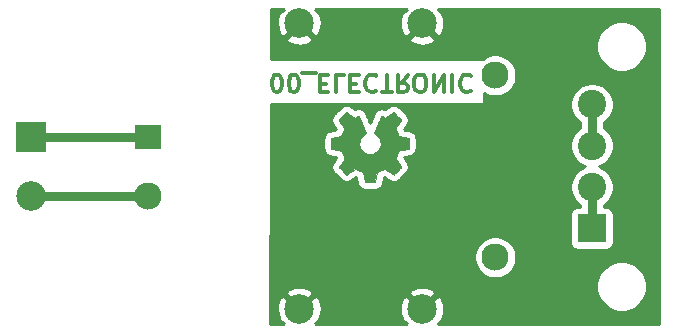
<source format=gbr>
G04 #@! TF.GenerationSoftware,KiCad,Pcbnew,5.1.5-52549c5~86~ubuntu18.04.1*
G04 #@! TF.CreationDate,2020-09-07T15:41:06-05:00*
G04 #@! TF.ProjectId,D00,4430302e-6b69-4636-9164-5f7063625858,rev?*
G04 #@! TF.SameCoordinates,Original*
G04 #@! TF.FileFunction,Copper,L2,Bot*
G04 #@! TF.FilePolarity,Positive*
%FSLAX46Y46*%
G04 Gerber Fmt 4.6, Leading zero omitted, Abs format (unit mm)*
G04 Created by KiCad (PCBNEW 5.1.5-52549c5~86~ubuntu18.04.1) date 2020-09-07 15:41:06*
%MOMM*%
%LPD*%
G04 APERTURE LIST*
%ADD10C,0.300000*%
%ADD11C,0.010000*%
%ADD12C,2.500000*%
%ADD13R,2.500000X2.500000*%
%ADD14C,2.400000*%
%ADD15R,2.400000X2.400000*%
%ADD16C,2.300000*%
%ADD17R,2.300000X2.000000*%
%ADD18C,2.499360*%
%ADD19C,0.750000*%
%ADD20C,0.254000*%
G04 APERTURE END LIST*
D10*
X45344771Y-27694628D02*
X45487628Y-27694628D01*
X45630485Y-27623200D01*
X45701914Y-27551771D01*
X45773342Y-27408914D01*
X45844771Y-27123200D01*
X45844771Y-26766057D01*
X45773342Y-26480342D01*
X45701914Y-26337485D01*
X45630485Y-26266057D01*
X45487628Y-26194628D01*
X45344771Y-26194628D01*
X45201914Y-26266057D01*
X45130485Y-26337485D01*
X45059057Y-26480342D01*
X44987628Y-26766057D01*
X44987628Y-27123200D01*
X45059057Y-27408914D01*
X45130485Y-27551771D01*
X45201914Y-27623200D01*
X45344771Y-27694628D01*
X46773342Y-27694628D02*
X46916200Y-27694628D01*
X47059057Y-27623200D01*
X47130485Y-27551771D01*
X47201914Y-27408914D01*
X47273342Y-27123200D01*
X47273342Y-26766057D01*
X47201914Y-26480342D01*
X47130485Y-26337485D01*
X47059057Y-26266057D01*
X46916200Y-26194628D01*
X46773342Y-26194628D01*
X46630485Y-26266057D01*
X46559057Y-26337485D01*
X46487628Y-26480342D01*
X46416200Y-26766057D01*
X46416200Y-27123200D01*
X46487628Y-27408914D01*
X46559057Y-27551771D01*
X46630485Y-27623200D01*
X46773342Y-27694628D01*
X47559057Y-26051771D02*
X48701914Y-26051771D01*
X49059057Y-26980342D02*
X49559057Y-26980342D01*
X49773342Y-26194628D02*
X49059057Y-26194628D01*
X49059057Y-27694628D01*
X49773342Y-27694628D01*
X51130485Y-26194628D02*
X50416200Y-26194628D01*
X50416200Y-27694628D01*
X51630485Y-26980342D02*
X52130485Y-26980342D01*
X52344771Y-26194628D02*
X51630485Y-26194628D01*
X51630485Y-27694628D01*
X52344771Y-27694628D01*
X53844771Y-26337485D02*
X53773342Y-26266057D01*
X53559057Y-26194628D01*
X53416200Y-26194628D01*
X53201914Y-26266057D01*
X53059057Y-26408914D01*
X52987628Y-26551771D01*
X52916200Y-26837485D01*
X52916200Y-27051771D01*
X52987628Y-27337485D01*
X53059057Y-27480342D01*
X53201914Y-27623200D01*
X53416200Y-27694628D01*
X53559057Y-27694628D01*
X53773342Y-27623200D01*
X53844771Y-27551771D01*
X54273342Y-27694628D02*
X55130485Y-27694628D01*
X54701914Y-26194628D02*
X54701914Y-27694628D01*
X56487628Y-26194628D02*
X55987628Y-26908914D01*
X55630485Y-26194628D02*
X55630485Y-27694628D01*
X56201914Y-27694628D01*
X56344771Y-27623200D01*
X56416200Y-27551771D01*
X56487628Y-27408914D01*
X56487628Y-27194628D01*
X56416200Y-27051771D01*
X56344771Y-26980342D01*
X56201914Y-26908914D01*
X55630485Y-26908914D01*
X57416200Y-27694628D02*
X57701914Y-27694628D01*
X57844771Y-27623200D01*
X57987628Y-27480342D01*
X58059057Y-27194628D01*
X58059057Y-26694628D01*
X57987628Y-26408914D01*
X57844771Y-26266057D01*
X57701914Y-26194628D01*
X57416200Y-26194628D01*
X57273342Y-26266057D01*
X57130485Y-26408914D01*
X57059057Y-26694628D01*
X57059057Y-27194628D01*
X57130485Y-27480342D01*
X57273342Y-27623200D01*
X57416200Y-27694628D01*
X58701914Y-26194628D02*
X58701914Y-27694628D01*
X59559057Y-26194628D01*
X59559057Y-27694628D01*
X60273342Y-26194628D02*
X60273342Y-27694628D01*
X61844771Y-26337485D02*
X61773342Y-26266057D01*
X61559057Y-26194628D01*
X61416200Y-26194628D01*
X61201914Y-26266057D01*
X61059057Y-26408914D01*
X60987628Y-26551771D01*
X60916200Y-26837485D01*
X60916200Y-27051771D01*
X60987628Y-27337485D01*
X61059057Y-27480342D01*
X61201914Y-27623200D01*
X61416200Y-27694628D01*
X61559057Y-27694628D01*
X61773342Y-27623200D01*
X61844771Y-27551771D01*
D11*
G36*
X53845014Y-34865269D02*
G01*
X53928835Y-34420645D01*
X54238120Y-34293147D01*
X54547406Y-34165649D01*
X54918446Y-34417954D01*
X55022357Y-34488204D01*
X55116287Y-34550928D01*
X55195852Y-34603262D01*
X55256670Y-34642343D01*
X55294357Y-34665307D01*
X55304621Y-34670258D01*
X55323110Y-34657524D01*
X55362620Y-34622318D01*
X55418722Y-34569138D01*
X55486987Y-34502482D01*
X55562986Y-34426846D01*
X55642292Y-34346728D01*
X55720475Y-34266626D01*
X55793107Y-34191036D01*
X55855759Y-34124455D01*
X55904003Y-34071382D01*
X55933410Y-34036313D01*
X55940441Y-34024577D01*
X55930323Y-34002940D01*
X55901959Y-33955538D01*
X55858329Y-33887007D01*
X55802418Y-33801985D01*
X55737206Y-33705107D01*
X55699419Y-33649850D01*
X55630543Y-33548952D01*
X55569340Y-33457901D01*
X55518778Y-33381230D01*
X55481828Y-33323472D01*
X55461458Y-33289157D01*
X55458397Y-33281946D01*
X55465336Y-33261452D01*
X55484251Y-33213687D01*
X55512287Y-33145368D01*
X55546591Y-33063211D01*
X55584309Y-32973930D01*
X55622587Y-32884242D01*
X55658570Y-32800862D01*
X55689406Y-32730506D01*
X55712239Y-32679890D01*
X55724217Y-32655729D01*
X55724924Y-32654778D01*
X55743731Y-32650164D01*
X55793818Y-32639872D01*
X55869993Y-32624913D01*
X55967065Y-32606299D01*
X56079843Y-32585041D01*
X56145642Y-32572782D01*
X56266150Y-32549838D01*
X56374997Y-32528005D01*
X56466676Y-32508478D01*
X56535681Y-32492452D01*
X56576504Y-32481121D01*
X56584711Y-32477526D01*
X56592748Y-32453194D01*
X56599233Y-32398241D01*
X56604170Y-32319092D01*
X56607564Y-32222174D01*
X56609418Y-32113913D01*
X56609738Y-32000735D01*
X56608527Y-31889065D01*
X56605790Y-31785332D01*
X56601531Y-31695959D01*
X56595755Y-31627374D01*
X56588467Y-31586003D01*
X56584095Y-31577390D01*
X56557964Y-31567067D01*
X56502593Y-31552308D01*
X56425307Y-31534848D01*
X56333430Y-31516420D01*
X56301358Y-31510459D01*
X56146724Y-31482134D01*
X56024575Y-31459324D01*
X55930873Y-31441120D01*
X55861584Y-31426617D01*
X55812671Y-31414908D01*
X55780097Y-31405085D01*
X55759828Y-31396244D01*
X55747826Y-31387476D01*
X55746147Y-31385743D01*
X55729384Y-31357829D01*
X55703814Y-31303505D01*
X55671988Y-31229423D01*
X55636460Y-31142235D01*
X55599783Y-31048592D01*
X55564511Y-30955148D01*
X55533196Y-30868553D01*
X55508393Y-30795460D01*
X55492654Y-30742522D01*
X55488532Y-30716389D01*
X55488876Y-30715474D01*
X55502841Y-30694114D01*
X55534522Y-30647116D01*
X55580591Y-30579373D01*
X55637718Y-30495777D01*
X55702573Y-30401218D01*
X55721043Y-30374346D01*
X55786899Y-30276925D01*
X55844850Y-30188037D01*
X55891738Y-30112788D01*
X55924407Y-30056280D01*
X55939700Y-30023619D01*
X55940441Y-30019607D01*
X55927592Y-29998516D01*
X55892088Y-29956736D01*
X55838493Y-29898755D01*
X55771371Y-29829065D01*
X55695287Y-29752155D01*
X55614804Y-29672517D01*
X55534487Y-29594639D01*
X55458899Y-29523014D01*
X55392605Y-29462130D01*
X55340169Y-29416479D01*
X55306155Y-29390550D01*
X55296745Y-29386317D01*
X55274843Y-29396288D01*
X55230000Y-29423180D01*
X55169521Y-29462464D01*
X55122989Y-29494083D01*
X55038675Y-29552102D01*
X54938826Y-29620416D01*
X54838673Y-29688621D01*
X54784827Y-29725125D01*
X54602571Y-29848400D01*
X54449581Y-29765680D01*
X54379882Y-29729441D01*
X54320614Y-29701274D01*
X54280511Y-29685209D01*
X54270303Y-29682974D01*
X54258029Y-29699478D01*
X54233813Y-29746118D01*
X54199463Y-29818591D01*
X54156788Y-29912594D01*
X54107594Y-30023826D01*
X54053690Y-30147985D01*
X53996884Y-30280768D01*
X53938982Y-30417873D01*
X53881793Y-30554998D01*
X53827124Y-30687842D01*
X53776784Y-30812102D01*
X53732580Y-30923475D01*
X53696319Y-31017661D01*
X53669809Y-31090356D01*
X53654858Y-31137259D01*
X53652454Y-31153367D01*
X53671511Y-31173914D01*
X53713236Y-31207267D01*
X53768906Y-31246498D01*
X53773578Y-31249601D01*
X53917464Y-31364777D01*
X54033483Y-31499147D01*
X54120630Y-31648416D01*
X54177899Y-31808287D01*
X54204286Y-31974463D01*
X54198785Y-32142648D01*
X54160390Y-32308545D01*
X54088095Y-32467858D01*
X54066826Y-32502713D01*
X53956196Y-32643463D01*
X53825502Y-32756486D01*
X53679264Y-32841197D01*
X53522008Y-32897006D01*
X53358257Y-32923326D01*
X53192533Y-32919570D01*
X53029362Y-32885150D01*
X52873265Y-32819477D01*
X52728767Y-32721965D01*
X52684069Y-32682387D01*
X52570312Y-32558497D01*
X52487418Y-32428076D01*
X52430556Y-32281885D01*
X52398887Y-32137112D01*
X52391069Y-31974340D01*
X52417138Y-31810760D01*
X52474445Y-31651902D01*
X52560344Y-31503294D01*
X52672186Y-31370465D01*
X52807323Y-31258944D01*
X52825083Y-31247189D01*
X52881350Y-31208692D01*
X52924123Y-31175337D01*
X52944572Y-31154040D01*
X52944869Y-31153367D01*
X52940479Y-31130329D01*
X52923076Y-31078043D01*
X52894468Y-31000810D01*
X52856465Y-30902932D01*
X52810874Y-30788709D01*
X52759503Y-30662442D01*
X52704162Y-30528433D01*
X52646658Y-30390982D01*
X52588801Y-30254392D01*
X52532398Y-30122963D01*
X52479258Y-30000995D01*
X52431190Y-29892791D01*
X52390001Y-29802651D01*
X52357501Y-29734877D01*
X52335497Y-29693770D01*
X52326636Y-29682974D01*
X52299560Y-29691381D01*
X52248897Y-29713928D01*
X52183383Y-29746587D01*
X52147359Y-29765680D01*
X51994368Y-29848400D01*
X51812112Y-29725125D01*
X51719075Y-29661972D01*
X51617215Y-29592473D01*
X51521762Y-29527035D01*
X51473950Y-29494083D01*
X51406705Y-29448927D01*
X51349764Y-29413143D01*
X51310554Y-29391262D01*
X51297819Y-29386637D01*
X51279283Y-29399115D01*
X51238259Y-29433948D01*
X51178725Y-29487522D01*
X51104658Y-29556217D01*
X51020035Y-29636419D01*
X50966515Y-29687914D01*
X50872881Y-29779914D01*
X50791959Y-29862201D01*
X50727023Y-29931255D01*
X50681342Y-29983556D01*
X50658189Y-30015584D01*
X50655968Y-30022084D01*
X50666276Y-30046806D01*
X50694761Y-30096795D01*
X50738263Y-30166988D01*
X50793623Y-30252325D01*
X50857680Y-30347744D01*
X50875897Y-30374346D01*
X50942273Y-30471033D01*
X51001822Y-30558083D01*
X51051216Y-30630605D01*
X51087125Y-30683707D01*
X51106219Y-30712497D01*
X51108064Y-30715474D01*
X51105305Y-30738418D01*
X51090662Y-30788864D01*
X51066687Y-30860159D01*
X51035934Y-30945653D01*
X51000956Y-31038693D01*
X50964307Y-31132626D01*
X50928539Y-31220801D01*
X50896206Y-31296566D01*
X50869862Y-31353269D01*
X50852058Y-31384257D01*
X50850793Y-31385743D01*
X50839906Y-31394599D01*
X50821518Y-31403357D01*
X50791594Y-31412923D01*
X50746097Y-31424204D01*
X50680991Y-31438107D01*
X50592239Y-31455537D01*
X50475807Y-31477402D01*
X50327658Y-31504609D01*
X50295582Y-31510459D01*
X50200514Y-31528826D01*
X50117635Y-31546795D01*
X50054270Y-31562631D01*
X50017742Y-31574600D01*
X50012844Y-31577390D01*
X50004773Y-31602128D01*
X49998213Y-31657410D01*
X49993167Y-31736811D01*
X49989641Y-31833904D01*
X49987639Y-31942262D01*
X49987164Y-32055460D01*
X49988223Y-32167072D01*
X49990818Y-32270671D01*
X49994954Y-32359832D01*
X50000637Y-32428128D01*
X50007869Y-32469134D01*
X50012229Y-32477526D01*
X50036502Y-32485992D01*
X50091774Y-32499765D01*
X50172538Y-32517650D01*
X50273288Y-32538452D01*
X50388517Y-32560977D01*
X50451298Y-32572782D01*
X50570413Y-32595049D01*
X50676635Y-32615221D01*
X50764773Y-32632285D01*
X50829634Y-32645231D01*
X50866026Y-32653045D01*
X50872016Y-32654778D01*
X50882139Y-32674310D01*
X50903538Y-32721357D01*
X50933361Y-32789197D01*
X50968755Y-32871109D01*
X51006868Y-32960372D01*
X51044847Y-33050265D01*
X51079840Y-33134065D01*
X51108994Y-33205053D01*
X51129457Y-33256506D01*
X51138377Y-33281703D01*
X51138543Y-33282804D01*
X51128431Y-33302681D01*
X51100083Y-33348423D01*
X51056477Y-33415483D01*
X51000594Y-33499316D01*
X50935413Y-33595374D01*
X50897521Y-33650550D01*
X50828475Y-33751719D01*
X50767150Y-33843570D01*
X50716537Y-33921456D01*
X50679629Y-33980731D01*
X50659418Y-34016749D01*
X50656499Y-34024823D01*
X50669047Y-34043616D01*
X50703737Y-34083743D01*
X50756137Y-34140707D01*
X50821816Y-34210015D01*
X50896344Y-34287169D01*
X50975287Y-34367675D01*
X51054217Y-34447037D01*
X51128700Y-34520760D01*
X51194306Y-34584348D01*
X51246604Y-34633306D01*
X51281161Y-34663139D01*
X51292722Y-34670258D01*
X51311546Y-34660247D01*
X51356569Y-34632122D01*
X51423413Y-34588746D01*
X51507701Y-34532982D01*
X51605056Y-34467694D01*
X51678493Y-34417954D01*
X52049533Y-34165649D01*
X52668105Y-34420645D01*
X52751925Y-34865269D01*
X52835746Y-35309893D01*
X53761194Y-35309893D01*
X53845014Y-34865269D01*
G37*
X53845014Y-34865269D02*
X53928835Y-34420645D01*
X54238120Y-34293147D01*
X54547406Y-34165649D01*
X54918446Y-34417954D01*
X55022357Y-34488204D01*
X55116287Y-34550928D01*
X55195852Y-34603262D01*
X55256670Y-34642343D01*
X55294357Y-34665307D01*
X55304621Y-34670258D01*
X55323110Y-34657524D01*
X55362620Y-34622318D01*
X55418722Y-34569138D01*
X55486987Y-34502482D01*
X55562986Y-34426846D01*
X55642292Y-34346728D01*
X55720475Y-34266626D01*
X55793107Y-34191036D01*
X55855759Y-34124455D01*
X55904003Y-34071382D01*
X55933410Y-34036313D01*
X55940441Y-34024577D01*
X55930323Y-34002940D01*
X55901959Y-33955538D01*
X55858329Y-33887007D01*
X55802418Y-33801985D01*
X55737206Y-33705107D01*
X55699419Y-33649850D01*
X55630543Y-33548952D01*
X55569340Y-33457901D01*
X55518778Y-33381230D01*
X55481828Y-33323472D01*
X55461458Y-33289157D01*
X55458397Y-33281946D01*
X55465336Y-33261452D01*
X55484251Y-33213687D01*
X55512287Y-33145368D01*
X55546591Y-33063211D01*
X55584309Y-32973930D01*
X55622587Y-32884242D01*
X55658570Y-32800862D01*
X55689406Y-32730506D01*
X55712239Y-32679890D01*
X55724217Y-32655729D01*
X55724924Y-32654778D01*
X55743731Y-32650164D01*
X55793818Y-32639872D01*
X55869993Y-32624913D01*
X55967065Y-32606299D01*
X56079843Y-32585041D01*
X56145642Y-32572782D01*
X56266150Y-32549838D01*
X56374997Y-32528005D01*
X56466676Y-32508478D01*
X56535681Y-32492452D01*
X56576504Y-32481121D01*
X56584711Y-32477526D01*
X56592748Y-32453194D01*
X56599233Y-32398241D01*
X56604170Y-32319092D01*
X56607564Y-32222174D01*
X56609418Y-32113913D01*
X56609738Y-32000735D01*
X56608527Y-31889065D01*
X56605790Y-31785332D01*
X56601531Y-31695959D01*
X56595755Y-31627374D01*
X56588467Y-31586003D01*
X56584095Y-31577390D01*
X56557964Y-31567067D01*
X56502593Y-31552308D01*
X56425307Y-31534848D01*
X56333430Y-31516420D01*
X56301358Y-31510459D01*
X56146724Y-31482134D01*
X56024575Y-31459324D01*
X55930873Y-31441120D01*
X55861584Y-31426617D01*
X55812671Y-31414908D01*
X55780097Y-31405085D01*
X55759828Y-31396244D01*
X55747826Y-31387476D01*
X55746147Y-31385743D01*
X55729384Y-31357829D01*
X55703814Y-31303505D01*
X55671988Y-31229423D01*
X55636460Y-31142235D01*
X55599783Y-31048592D01*
X55564511Y-30955148D01*
X55533196Y-30868553D01*
X55508393Y-30795460D01*
X55492654Y-30742522D01*
X55488532Y-30716389D01*
X55488876Y-30715474D01*
X55502841Y-30694114D01*
X55534522Y-30647116D01*
X55580591Y-30579373D01*
X55637718Y-30495777D01*
X55702573Y-30401218D01*
X55721043Y-30374346D01*
X55786899Y-30276925D01*
X55844850Y-30188037D01*
X55891738Y-30112788D01*
X55924407Y-30056280D01*
X55939700Y-30023619D01*
X55940441Y-30019607D01*
X55927592Y-29998516D01*
X55892088Y-29956736D01*
X55838493Y-29898755D01*
X55771371Y-29829065D01*
X55695287Y-29752155D01*
X55614804Y-29672517D01*
X55534487Y-29594639D01*
X55458899Y-29523014D01*
X55392605Y-29462130D01*
X55340169Y-29416479D01*
X55306155Y-29390550D01*
X55296745Y-29386317D01*
X55274843Y-29396288D01*
X55230000Y-29423180D01*
X55169521Y-29462464D01*
X55122989Y-29494083D01*
X55038675Y-29552102D01*
X54938826Y-29620416D01*
X54838673Y-29688621D01*
X54784827Y-29725125D01*
X54602571Y-29848400D01*
X54449581Y-29765680D01*
X54379882Y-29729441D01*
X54320614Y-29701274D01*
X54280511Y-29685209D01*
X54270303Y-29682974D01*
X54258029Y-29699478D01*
X54233813Y-29746118D01*
X54199463Y-29818591D01*
X54156788Y-29912594D01*
X54107594Y-30023826D01*
X54053690Y-30147985D01*
X53996884Y-30280768D01*
X53938982Y-30417873D01*
X53881793Y-30554998D01*
X53827124Y-30687842D01*
X53776784Y-30812102D01*
X53732580Y-30923475D01*
X53696319Y-31017661D01*
X53669809Y-31090356D01*
X53654858Y-31137259D01*
X53652454Y-31153367D01*
X53671511Y-31173914D01*
X53713236Y-31207267D01*
X53768906Y-31246498D01*
X53773578Y-31249601D01*
X53917464Y-31364777D01*
X54033483Y-31499147D01*
X54120630Y-31648416D01*
X54177899Y-31808287D01*
X54204286Y-31974463D01*
X54198785Y-32142648D01*
X54160390Y-32308545D01*
X54088095Y-32467858D01*
X54066826Y-32502713D01*
X53956196Y-32643463D01*
X53825502Y-32756486D01*
X53679264Y-32841197D01*
X53522008Y-32897006D01*
X53358257Y-32923326D01*
X53192533Y-32919570D01*
X53029362Y-32885150D01*
X52873265Y-32819477D01*
X52728767Y-32721965D01*
X52684069Y-32682387D01*
X52570312Y-32558497D01*
X52487418Y-32428076D01*
X52430556Y-32281885D01*
X52398887Y-32137112D01*
X52391069Y-31974340D01*
X52417138Y-31810760D01*
X52474445Y-31651902D01*
X52560344Y-31503294D01*
X52672186Y-31370465D01*
X52807323Y-31258944D01*
X52825083Y-31247189D01*
X52881350Y-31208692D01*
X52924123Y-31175337D01*
X52944572Y-31154040D01*
X52944869Y-31153367D01*
X52940479Y-31130329D01*
X52923076Y-31078043D01*
X52894468Y-31000810D01*
X52856465Y-30902932D01*
X52810874Y-30788709D01*
X52759503Y-30662442D01*
X52704162Y-30528433D01*
X52646658Y-30390982D01*
X52588801Y-30254392D01*
X52532398Y-30122963D01*
X52479258Y-30000995D01*
X52431190Y-29892791D01*
X52390001Y-29802651D01*
X52357501Y-29734877D01*
X52335497Y-29693770D01*
X52326636Y-29682974D01*
X52299560Y-29691381D01*
X52248897Y-29713928D01*
X52183383Y-29746587D01*
X52147359Y-29765680D01*
X51994368Y-29848400D01*
X51812112Y-29725125D01*
X51719075Y-29661972D01*
X51617215Y-29592473D01*
X51521762Y-29527035D01*
X51473950Y-29494083D01*
X51406705Y-29448927D01*
X51349764Y-29413143D01*
X51310554Y-29391262D01*
X51297819Y-29386637D01*
X51279283Y-29399115D01*
X51238259Y-29433948D01*
X51178725Y-29487522D01*
X51104658Y-29556217D01*
X51020035Y-29636419D01*
X50966515Y-29687914D01*
X50872881Y-29779914D01*
X50791959Y-29862201D01*
X50727023Y-29931255D01*
X50681342Y-29983556D01*
X50658189Y-30015584D01*
X50655968Y-30022084D01*
X50666276Y-30046806D01*
X50694761Y-30096795D01*
X50738263Y-30166988D01*
X50793623Y-30252325D01*
X50857680Y-30347744D01*
X50875897Y-30374346D01*
X50942273Y-30471033D01*
X51001822Y-30558083D01*
X51051216Y-30630605D01*
X51087125Y-30683707D01*
X51106219Y-30712497D01*
X51108064Y-30715474D01*
X51105305Y-30738418D01*
X51090662Y-30788864D01*
X51066687Y-30860159D01*
X51035934Y-30945653D01*
X51000956Y-31038693D01*
X50964307Y-31132626D01*
X50928539Y-31220801D01*
X50896206Y-31296566D01*
X50869862Y-31353269D01*
X50852058Y-31384257D01*
X50850793Y-31385743D01*
X50839906Y-31394599D01*
X50821518Y-31403357D01*
X50791594Y-31412923D01*
X50746097Y-31424204D01*
X50680991Y-31438107D01*
X50592239Y-31455537D01*
X50475807Y-31477402D01*
X50327658Y-31504609D01*
X50295582Y-31510459D01*
X50200514Y-31528826D01*
X50117635Y-31546795D01*
X50054270Y-31562631D01*
X50017742Y-31574600D01*
X50012844Y-31577390D01*
X50004773Y-31602128D01*
X49998213Y-31657410D01*
X49993167Y-31736811D01*
X49989641Y-31833904D01*
X49987639Y-31942262D01*
X49987164Y-32055460D01*
X49988223Y-32167072D01*
X49990818Y-32270671D01*
X49994954Y-32359832D01*
X50000637Y-32428128D01*
X50007869Y-32469134D01*
X50012229Y-32477526D01*
X50036502Y-32485992D01*
X50091774Y-32499765D01*
X50172538Y-32517650D01*
X50273288Y-32538452D01*
X50388517Y-32560977D01*
X50451298Y-32572782D01*
X50570413Y-32595049D01*
X50676635Y-32615221D01*
X50764773Y-32632285D01*
X50829634Y-32645231D01*
X50866026Y-32653045D01*
X50872016Y-32654778D01*
X50882139Y-32674310D01*
X50903538Y-32721357D01*
X50933361Y-32789197D01*
X50968755Y-32871109D01*
X51006868Y-32960372D01*
X51044847Y-33050265D01*
X51079840Y-33134065D01*
X51108994Y-33205053D01*
X51129457Y-33256506D01*
X51138377Y-33281703D01*
X51138543Y-33282804D01*
X51128431Y-33302681D01*
X51100083Y-33348423D01*
X51056477Y-33415483D01*
X51000594Y-33499316D01*
X50935413Y-33595374D01*
X50897521Y-33650550D01*
X50828475Y-33751719D01*
X50767150Y-33843570D01*
X50716537Y-33921456D01*
X50679629Y-33980731D01*
X50659418Y-34016749D01*
X50656499Y-34024823D01*
X50669047Y-34043616D01*
X50703737Y-34083743D01*
X50756137Y-34140707D01*
X50821816Y-34210015D01*
X50896344Y-34287169D01*
X50975287Y-34367675D01*
X51054217Y-34447037D01*
X51128700Y-34520760D01*
X51194306Y-34584348D01*
X51246604Y-34633306D01*
X51281161Y-34663139D01*
X51292722Y-34670258D01*
X51311546Y-34660247D01*
X51356569Y-34632122D01*
X51423413Y-34588746D01*
X51507701Y-34532982D01*
X51605056Y-34467694D01*
X51678493Y-34417954D01*
X52049533Y-34165649D01*
X52668105Y-34420645D01*
X52751925Y-34865269D01*
X52835746Y-35309893D01*
X53761194Y-35309893D01*
X53845014Y-34865269D01*
D12*
X24587200Y-36470000D03*
D13*
X24587200Y-31470000D03*
D14*
X72085200Y-28720000D03*
X72085200Y-32220000D03*
X72085200Y-35720000D03*
D15*
X72085200Y-39220000D03*
D16*
X63910000Y-41670000D03*
X34510000Y-36470000D03*
D17*
X34510000Y-31470000D03*
D16*
X63910000Y-26270000D03*
D18*
X57708800Y-46070600D03*
X57708800Y-21869400D03*
X47320200Y-46070600D03*
X47320200Y-21869400D03*
D19*
X24587200Y-36470000D02*
X34510000Y-36470000D01*
X24587200Y-31470000D02*
X34510000Y-31470000D01*
X72085200Y-28720000D02*
X72085200Y-32220000D01*
X72085200Y-35720000D02*
X72085200Y-39220000D01*
D20*
G36*
X46006822Y-20735630D02*
G01*
X45716885Y-20861504D01*
X45551061Y-21193662D01*
X45453225Y-21551787D01*
X45427135Y-21922119D01*
X45473795Y-22290425D01*
X45591411Y-22642551D01*
X45716885Y-22877296D01*
X46006823Y-23003171D01*
X47140595Y-21869400D01*
X47126452Y-21855258D01*
X47306058Y-21675652D01*
X47320200Y-21689795D01*
X47334342Y-21675652D01*
X47513948Y-21855258D01*
X47499805Y-21869400D01*
X48633577Y-23003171D01*
X48923515Y-22877296D01*
X49089339Y-22545138D01*
X49187175Y-22187013D01*
X49213265Y-21816681D01*
X49166605Y-21448375D01*
X49048989Y-21096249D01*
X48923515Y-20861504D01*
X48633578Y-20735630D01*
X48709208Y-20660000D01*
X56319792Y-20660000D01*
X56395422Y-20735630D01*
X56105485Y-20861504D01*
X55939661Y-21193662D01*
X55841825Y-21551787D01*
X55815735Y-21922119D01*
X55862395Y-22290425D01*
X55980011Y-22642551D01*
X56105485Y-22877296D01*
X56395423Y-23003171D01*
X57529195Y-21869400D01*
X57515052Y-21855258D01*
X57694658Y-21675652D01*
X57708800Y-21689795D01*
X57722942Y-21675652D01*
X57902548Y-21855258D01*
X57888405Y-21869400D01*
X59022177Y-23003171D01*
X59312115Y-22877296D01*
X59477939Y-22545138D01*
X59575775Y-22187013D01*
X59601865Y-21816681D01*
X59555205Y-21448375D01*
X59437589Y-21096249D01*
X59312115Y-20861504D01*
X59022178Y-20735630D01*
X59097808Y-20660000D01*
X77760000Y-20660000D01*
X77760001Y-47280000D01*
X59097808Y-47280000D01*
X59022178Y-47204370D01*
X59312115Y-47078496D01*
X59477939Y-46746338D01*
X59575775Y-46388213D01*
X59601865Y-46017881D01*
X59555205Y-45649575D01*
X59437589Y-45297449D01*
X59312115Y-45062704D01*
X59022177Y-44936829D01*
X57888405Y-46070600D01*
X57902548Y-46084742D01*
X57722942Y-46264348D01*
X57708800Y-46250205D01*
X57694658Y-46264348D01*
X57515052Y-46084742D01*
X57529195Y-46070600D01*
X56395423Y-44936829D01*
X56105485Y-45062704D01*
X55939661Y-45394862D01*
X55841825Y-45752987D01*
X55815735Y-46123319D01*
X55862395Y-46491625D01*
X55980011Y-46843751D01*
X56105485Y-47078496D01*
X56395422Y-47204370D01*
X56319792Y-47280000D01*
X48709208Y-47280000D01*
X48633578Y-47204370D01*
X48923515Y-47078496D01*
X49089339Y-46746338D01*
X49187175Y-46388213D01*
X49213265Y-46017881D01*
X49166605Y-45649575D01*
X49048989Y-45297449D01*
X48923515Y-45062704D01*
X48633577Y-44936829D01*
X47499805Y-46070600D01*
X47513948Y-46084742D01*
X47334342Y-46264348D01*
X47320200Y-46250205D01*
X47306058Y-46264348D01*
X47126452Y-46084742D01*
X47140595Y-46070600D01*
X46006823Y-44936829D01*
X45716885Y-45062704D01*
X45551061Y-45394862D01*
X45453225Y-45752987D01*
X45427135Y-46123319D01*
X45473795Y-46491625D01*
X45591411Y-46843751D01*
X45716885Y-47078496D01*
X46006822Y-47204370D01*
X45931192Y-47280000D01*
X44857289Y-47280000D01*
X44864296Y-44757223D01*
X46186429Y-44757223D01*
X47320200Y-45890995D01*
X48453971Y-44757223D01*
X56575029Y-44757223D01*
X57708800Y-45890995D01*
X58842571Y-44757223D01*
X58716696Y-44467285D01*
X58384538Y-44301461D01*
X58026413Y-44203625D01*
X57656081Y-44177535D01*
X57287775Y-44224195D01*
X56935649Y-44341811D01*
X56700904Y-44467285D01*
X56575029Y-44757223D01*
X48453971Y-44757223D01*
X48328096Y-44467285D01*
X47995938Y-44301461D01*
X47637813Y-44203625D01*
X47267481Y-44177535D01*
X46899175Y-44224195D01*
X46547049Y-44341811D01*
X46312304Y-44467285D01*
X46186429Y-44757223D01*
X44864296Y-44757223D01*
X44866622Y-43919721D01*
X72475000Y-43919721D01*
X72475000Y-44340279D01*
X72557047Y-44752756D01*
X72717988Y-45141302D01*
X72951637Y-45490983D01*
X73249017Y-45788363D01*
X73598698Y-46022012D01*
X73987244Y-46182953D01*
X74399721Y-46265000D01*
X74820279Y-46265000D01*
X75232756Y-46182953D01*
X75621302Y-46022012D01*
X75970983Y-45788363D01*
X76268363Y-45490983D01*
X76502012Y-45141302D01*
X76662953Y-44752756D01*
X76745000Y-44340279D01*
X76745000Y-43919721D01*
X76662953Y-43507244D01*
X76502012Y-43118698D01*
X76268363Y-42769017D01*
X75970983Y-42471637D01*
X75621302Y-42237988D01*
X75232756Y-42077047D01*
X74820279Y-41995000D01*
X74399721Y-41995000D01*
X73987244Y-42077047D01*
X73598698Y-42237988D01*
X73249017Y-42471637D01*
X72951637Y-42769017D01*
X72717988Y-43118698D01*
X72557047Y-43507244D01*
X72475000Y-43919721D01*
X44866622Y-43919721D01*
X44873359Y-41494193D01*
X62125000Y-41494193D01*
X62125000Y-41845807D01*
X62193596Y-42190665D01*
X62328153Y-42515515D01*
X62523500Y-42807871D01*
X62772129Y-43056500D01*
X63064485Y-43251847D01*
X63389335Y-43386404D01*
X63734193Y-43455000D01*
X64085807Y-43455000D01*
X64430665Y-43386404D01*
X64755515Y-43251847D01*
X65047871Y-43056500D01*
X65296500Y-42807871D01*
X65491847Y-42515515D01*
X65626404Y-42190665D01*
X65695000Y-41845807D01*
X65695000Y-41494193D01*
X65626404Y-41149335D01*
X65491847Y-40824485D01*
X65296500Y-40532129D01*
X65047871Y-40283500D01*
X64755515Y-40088153D01*
X64430665Y-39953596D01*
X64085807Y-39885000D01*
X63734193Y-39885000D01*
X63389335Y-39953596D01*
X63064485Y-40088153D01*
X62772129Y-40283500D01*
X62523500Y-40532129D01*
X62328153Y-40824485D01*
X62193596Y-41149335D01*
X62125000Y-41494193D01*
X44873359Y-41494193D01*
X44883009Y-38020000D01*
X70247128Y-38020000D01*
X70247128Y-40420000D01*
X70259388Y-40544482D01*
X70295698Y-40664180D01*
X70354663Y-40774494D01*
X70434015Y-40871185D01*
X70530706Y-40950537D01*
X70641020Y-41009502D01*
X70760718Y-41045812D01*
X70885200Y-41058072D01*
X73285200Y-41058072D01*
X73409682Y-41045812D01*
X73529380Y-41009502D01*
X73639694Y-40950537D01*
X73736385Y-40871185D01*
X73815737Y-40774494D01*
X73874702Y-40664180D01*
X73911012Y-40544482D01*
X73923272Y-40420000D01*
X73923272Y-38020000D01*
X73911012Y-37895518D01*
X73874702Y-37775820D01*
X73815737Y-37665506D01*
X73736385Y-37568815D01*
X73639694Y-37489463D01*
X73529380Y-37430498D01*
X73409682Y-37394188D01*
X73285200Y-37381928D01*
X73095200Y-37381928D01*
X73095200Y-37252076D01*
X73254944Y-37145338D01*
X73510538Y-36889744D01*
X73711356Y-36589199D01*
X73849682Y-36255250D01*
X73920200Y-35900732D01*
X73920200Y-35539268D01*
X73849682Y-35184750D01*
X73711356Y-34850801D01*
X73510538Y-34550256D01*
X73254944Y-34294662D01*
X72954399Y-34093844D01*
X72655413Y-33970000D01*
X72954399Y-33846156D01*
X73254944Y-33645338D01*
X73510538Y-33389744D01*
X73711356Y-33089199D01*
X73849682Y-32755250D01*
X73920200Y-32400732D01*
X73920200Y-32039268D01*
X73849682Y-31684750D01*
X73711356Y-31350801D01*
X73510538Y-31050256D01*
X73254944Y-30794662D01*
X73095200Y-30687924D01*
X73095200Y-30252076D01*
X73254944Y-30145338D01*
X73510538Y-29889744D01*
X73711356Y-29589199D01*
X73849682Y-29255250D01*
X73920200Y-28900732D01*
X73920200Y-28539268D01*
X73849682Y-28184750D01*
X73711356Y-27850801D01*
X73510538Y-27550256D01*
X73254944Y-27294662D01*
X72954399Y-27093844D01*
X72620450Y-26955518D01*
X72265932Y-26885000D01*
X71904468Y-26885000D01*
X71549950Y-26955518D01*
X71216001Y-27093844D01*
X70915456Y-27294662D01*
X70659862Y-27550256D01*
X70459044Y-27850801D01*
X70320718Y-28184750D01*
X70250200Y-28539268D01*
X70250200Y-28900732D01*
X70320718Y-29255250D01*
X70459044Y-29589199D01*
X70659862Y-29889744D01*
X70915456Y-30145338D01*
X71075200Y-30252076D01*
X71075201Y-30687924D01*
X70915456Y-30794662D01*
X70659862Y-31050256D01*
X70459044Y-31350801D01*
X70320718Y-31684750D01*
X70250200Y-32039268D01*
X70250200Y-32400732D01*
X70320718Y-32755250D01*
X70459044Y-33089199D01*
X70659862Y-33389744D01*
X70915456Y-33645338D01*
X71216001Y-33846156D01*
X71514987Y-33970000D01*
X71216001Y-34093844D01*
X70915456Y-34294662D01*
X70659862Y-34550256D01*
X70459044Y-34850801D01*
X70320718Y-35184750D01*
X70250200Y-35539268D01*
X70250200Y-35900732D01*
X70320718Y-36255250D01*
X70459044Y-36589199D01*
X70659862Y-36889744D01*
X70915456Y-37145338D01*
X71075200Y-37252076D01*
X71075200Y-37381928D01*
X70885200Y-37381928D01*
X70760718Y-37394188D01*
X70641020Y-37430498D01*
X70530706Y-37489463D01*
X70434015Y-37568815D01*
X70354663Y-37665506D01*
X70295698Y-37775820D01*
X70259388Y-37895518D01*
X70247128Y-38020000D01*
X44883009Y-38020000D01*
X44899586Y-32052596D01*
X49347170Y-32052596D01*
X49347193Y-32061532D01*
X49348252Y-32173144D01*
X49348307Y-32173651D01*
X49348262Y-32174163D01*
X49348424Y-32183098D01*
X49351019Y-32286697D01*
X49351308Y-32289036D01*
X49351153Y-32291398D01*
X49351505Y-32300327D01*
X49355641Y-32389489D01*
X49356688Y-32396705D01*
X49356479Y-32403993D01*
X49357158Y-32412904D01*
X49362841Y-32481200D01*
X49367311Y-32505659D01*
X49368873Y-32530475D01*
X49370364Y-32539286D01*
X49377596Y-32580292D01*
X49385793Y-32609647D01*
X49391008Y-32639669D01*
X49402548Y-32669649D01*
X49411190Y-32700596D01*
X49424931Y-32727796D01*
X49428507Y-32737085D01*
X49433007Y-32749743D01*
X49434060Y-32751511D01*
X49435879Y-32756237D01*
X49439944Y-32764195D01*
X49444304Y-32772587D01*
X49458857Y-32794950D01*
X49467512Y-32812083D01*
X49478507Y-32826155D01*
X49496912Y-32857064D01*
X49505463Y-32866570D01*
X49512431Y-32877278D01*
X49542829Y-32908478D01*
X49544415Y-32910508D01*
X49546877Y-32912633D01*
X49547142Y-32912905D01*
X49580445Y-32949928D01*
X49590682Y-32957594D01*
X49599596Y-32966743D01*
X49640592Y-32994968D01*
X49680426Y-33024797D01*
X49691942Y-33030322D01*
X49702476Y-33037574D01*
X49748178Y-33057300D01*
X49754587Y-33060374D01*
X49756022Y-33061257D01*
X49757820Y-33061925D01*
X49793043Y-33078823D01*
X49801460Y-33081824D01*
X49825733Y-33090290D01*
X49849842Y-33096135D01*
X49873099Y-33104781D01*
X49881755Y-33107002D01*
X49937027Y-33120775D01*
X49940945Y-33121353D01*
X49944689Y-33122634D01*
X49953400Y-33124627D01*
X50034164Y-33142512D01*
X50034275Y-33142525D01*
X50034387Y-33142562D01*
X50043126Y-33144429D01*
X50143876Y-33165231D01*
X50143991Y-33165243D01*
X50150505Y-33166564D01*
X50265734Y-33189089D01*
X50265895Y-33189104D01*
X50270248Y-33189954D01*
X50333028Y-33201759D01*
X50333072Y-33201763D01*
X50333696Y-33201884D01*
X50418260Y-33217692D01*
X50406817Y-33234557D01*
X50369949Y-33288241D01*
X50369900Y-33288329D01*
X50368899Y-33289775D01*
X50299853Y-33390944D01*
X50299792Y-33391056D01*
X50296207Y-33396346D01*
X50234881Y-33488197D01*
X50234851Y-33488253D01*
X50230506Y-33494840D01*
X50179892Y-33572726D01*
X50179096Y-33574261D01*
X50178022Y-33575620D01*
X50173247Y-33583173D01*
X50136339Y-33642447D01*
X50131842Y-33651542D01*
X50125923Y-33659780D01*
X50121496Y-33667542D01*
X50101285Y-33703560D01*
X50081944Y-33747624D01*
X50080257Y-33751039D01*
X50067679Y-33774044D01*
X50065533Y-33780862D01*
X50060641Y-33790771D01*
X50057544Y-33799154D01*
X50054625Y-33807227D01*
X50053030Y-33813497D01*
X50051082Y-33817934D01*
X50045549Y-33842895D01*
X50043602Y-33850547D01*
X50030182Y-33893189D01*
X50028229Y-33910962D01*
X50023824Y-33928276D01*
X50021426Y-33972893D01*
X50016542Y-34017349D01*
X50018079Y-34035163D01*
X50017120Y-34053002D01*
X50023435Y-34097244D01*
X50027278Y-34141793D01*
X50032244Y-34158961D01*
X50034769Y-34176655D01*
X50049563Y-34218844D01*
X50061982Y-34261781D01*
X50070188Y-34277659D01*
X50076102Y-34294524D01*
X50098799Y-34333020D01*
X50106720Y-34348346D01*
X50108446Y-34352365D01*
X50109870Y-34354441D01*
X50119329Y-34372744D01*
X50124240Y-34380210D01*
X50136788Y-34399003D01*
X50159139Y-34426280D01*
X50179091Y-34455373D01*
X50184888Y-34462174D01*
X50219578Y-34502301D01*
X50223507Y-34506037D01*
X50226709Y-34510410D01*
X50232713Y-34517028D01*
X50285113Y-34573992D01*
X50285320Y-34574177D01*
X50285489Y-34574401D01*
X50291590Y-34580930D01*
X50357269Y-34650238D01*
X50357374Y-34650329D01*
X50361502Y-34654662D01*
X50436030Y-34731816D01*
X50436149Y-34731917D01*
X50439382Y-34735260D01*
X50518325Y-34815766D01*
X50518443Y-34815865D01*
X50521505Y-34818987D01*
X50600435Y-34898349D01*
X50600559Y-34898451D01*
X50603995Y-34901900D01*
X50678478Y-34975623D01*
X50678573Y-34975701D01*
X50683275Y-34980321D01*
X50748881Y-35043909D01*
X50749731Y-35044585D01*
X50750442Y-35045418D01*
X50756923Y-35051570D01*
X50809221Y-35100528D01*
X50815922Y-35105672D01*
X50821658Y-35111867D01*
X50828381Y-35117754D01*
X50862938Y-35147587D01*
X50901160Y-35174554D01*
X50938007Y-35203367D01*
X50945583Y-35208105D01*
X50957144Y-35215224D01*
X50962540Y-35217859D01*
X50965000Y-35219594D01*
X50972468Y-35222919D01*
X50984448Y-35231121D01*
X51027414Y-35249532D01*
X51069387Y-35270025D01*
X51084687Y-35274074D01*
X51099258Y-35280318D01*
X51144997Y-35290036D01*
X51190136Y-35301982D01*
X51205937Y-35302983D01*
X51221437Y-35306276D01*
X51268162Y-35306924D01*
X51314792Y-35309878D01*
X51330495Y-35307789D01*
X51346331Y-35308009D01*
X51392280Y-35299571D01*
X51438608Y-35293409D01*
X51453609Y-35288309D01*
X51469184Y-35285449D01*
X51512619Y-35268248D01*
X51556867Y-35253205D01*
X51570588Y-35245291D01*
X51585314Y-35239459D01*
X51593233Y-35235318D01*
X51612057Y-35225308D01*
X51626917Y-35215433D01*
X51643009Y-35207726D01*
X51650621Y-35203044D01*
X51695644Y-35174919D01*
X51696480Y-35174275D01*
X51697422Y-35173804D01*
X51704952Y-35168992D01*
X51771795Y-35125616D01*
X51771904Y-35125529D01*
X51776543Y-35122506D01*
X51860831Y-35066742D01*
X51860954Y-35066642D01*
X51864162Y-35064523D01*
X51961517Y-34999235D01*
X51961623Y-34999148D01*
X51963961Y-34997588D01*
X52037398Y-34947848D01*
X52037457Y-34947799D01*
X52038369Y-34947188D01*
X52107263Y-34900341D01*
X52122998Y-34983808D01*
X52123003Y-34983834D01*
X52206824Y-35428458D01*
X52207019Y-35429126D01*
X52207082Y-35429817D01*
X52224552Y-35489174D01*
X52241832Y-35548358D01*
X52242151Y-35548971D01*
X52242348Y-35549641D01*
X52271037Y-35604517D01*
X52299461Y-35659175D01*
X52299895Y-35659717D01*
X52300217Y-35660333D01*
X52338849Y-35708382D01*
X52377516Y-35756689D01*
X52378049Y-35757138D01*
X52378483Y-35757678D01*
X52425819Y-35797397D01*
X52473027Y-35837183D01*
X52473633Y-35837518D01*
X52474167Y-35837966D01*
X52528595Y-35867888D01*
X52582353Y-35897593D01*
X52583010Y-35897803D01*
X52583623Y-35898140D01*
X52642670Y-35916870D01*
X52701330Y-35935618D01*
X52702021Y-35935697D01*
X52702683Y-35935907D01*
X52764085Y-35942795D01*
X52825427Y-35949810D01*
X52826119Y-35949753D01*
X52826810Y-35949831D01*
X52835746Y-35949893D01*
X53761194Y-35949893D01*
X53761884Y-35949825D01*
X53762579Y-35949892D01*
X53824254Y-35943710D01*
X53885504Y-35937704D01*
X53886168Y-35937504D01*
X53886862Y-35937434D01*
X53946010Y-35919436D01*
X54005079Y-35901602D01*
X54005694Y-35901275D01*
X54006358Y-35901073D01*
X54060818Y-35871966D01*
X54115365Y-35842963D01*
X54115903Y-35842524D01*
X54116517Y-35842196D01*
X54164478Y-35802907D01*
X54212160Y-35764018D01*
X54212600Y-35763486D01*
X54213142Y-35763042D01*
X54252607Y-35715126D01*
X54291778Y-35667776D01*
X54292108Y-35667166D01*
X54292551Y-35666628D01*
X54321778Y-35612292D01*
X54351186Y-35557903D01*
X54351393Y-35557235D01*
X54351721Y-35556625D01*
X54369821Y-35497702D01*
X54388122Y-35438583D01*
X54388195Y-35437891D01*
X54388399Y-35437226D01*
X54390116Y-35428457D01*
X54473936Y-34983832D01*
X54489676Y-34900341D01*
X54558569Y-34947188D01*
X54558652Y-34947233D01*
X54559998Y-34948157D01*
X54663908Y-35018406D01*
X54664040Y-35018477D01*
X54666941Y-35020444D01*
X54760871Y-35083168D01*
X54761009Y-35083242D01*
X54764586Y-35085630D01*
X54844151Y-35137964D01*
X54844252Y-35138017D01*
X54849869Y-35141682D01*
X54910687Y-35180763D01*
X54913526Y-35182217D01*
X54916050Y-35184172D01*
X54923649Y-35188875D01*
X54961336Y-35211839D01*
X54985530Y-35223512D01*
X55008280Y-35237811D01*
X55016301Y-35241749D01*
X55026566Y-35246700D01*
X55044996Y-35253463D01*
X55062353Y-35262631D01*
X55073557Y-35265980D01*
X55073834Y-35266114D01*
X55075126Y-35266450D01*
X55103509Y-35274934D01*
X55143826Y-35289729D01*
X55163211Y-35292782D01*
X55182026Y-35298407D01*
X55224801Y-35302483D01*
X55267211Y-35309163D01*
X55286820Y-35308393D01*
X55306369Y-35310256D01*
X55349105Y-35305948D01*
X55392021Y-35304263D01*
X55411116Y-35299697D01*
X55430645Y-35297728D01*
X55471718Y-35285204D01*
X55513502Y-35275212D01*
X55531353Y-35267021D01*
X55550121Y-35261298D01*
X55587981Y-35241035D01*
X55627027Y-35223118D01*
X55642936Y-35211623D01*
X55660246Y-35202359D01*
X55667641Y-35197341D01*
X55686130Y-35184607D01*
X55713228Y-35161742D01*
X55742171Y-35141248D01*
X55748884Y-35135349D01*
X55788394Y-35100143D01*
X55792063Y-35096166D01*
X55796383Y-35092903D01*
X55802911Y-35086801D01*
X55859013Y-35033620D01*
X55859188Y-35033418D01*
X55859405Y-35033249D01*
X55865842Y-35027051D01*
X55934106Y-34960395D01*
X55934195Y-34960289D01*
X55938451Y-34956112D01*
X56014449Y-34880477D01*
X56014548Y-34880357D01*
X56017833Y-34877084D01*
X56097139Y-34796966D01*
X56097241Y-34796841D01*
X56100293Y-34793757D01*
X56178477Y-34713655D01*
X56178578Y-34713529D01*
X56181963Y-34710055D01*
X56254595Y-34634464D01*
X56254668Y-34634371D01*
X56259199Y-34629623D01*
X56321851Y-34563042D01*
X56322492Y-34562212D01*
X56323283Y-34561516D01*
X56329339Y-34554945D01*
X56377583Y-34501872D01*
X56382568Y-34495177D01*
X56388616Y-34489414D01*
X56394405Y-34482607D01*
X56423812Y-34447538D01*
X56449837Y-34409502D01*
X56477778Y-34372859D01*
X56482424Y-34365226D01*
X56489455Y-34353490D01*
X56492354Y-34347365D01*
X56494346Y-34344453D01*
X56500188Y-34330811D01*
X56514232Y-34301134D01*
X56539763Y-34249108D01*
X56540939Y-34244700D01*
X56542885Y-34240588D01*
X56557008Y-34184468D01*
X56571960Y-34128423D01*
X56572257Y-34123872D01*
X56573368Y-34119459D01*
X56576325Y-34061615D01*
X56580104Y-34003782D01*
X56579512Y-33999265D01*
X56579745Y-33994715D01*
X56571402Y-33937353D01*
X56563881Y-33879934D01*
X56562424Y-33875620D01*
X56561768Y-33871109D01*
X56542456Y-33816496D01*
X56536786Y-33799707D01*
X56535835Y-33795684D01*
X56534258Y-33792223D01*
X56523914Y-33761595D01*
X56520185Y-33753474D01*
X56510067Y-33731837D01*
X56495719Y-33707635D01*
X56484048Y-33682020D01*
X56479513Y-33674321D01*
X56451149Y-33626919D01*
X56448522Y-33623368D01*
X56446580Y-33619401D01*
X56441833Y-33611829D01*
X56398203Y-33543298D01*
X56398045Y-33543097D01*
X56397925Y-33542860D01*
X56393067Y-33535360D01*
X56337156Y-33450338D01*
X56337084Y-33450248D01*
X56333340Y-33444603D01*
X56268128Y-33347725D01*
X56268027Y-33347603D01*
X56265494Y-33343843D01*
X56227707Y-33288585D01*
X56179235Y-33217577D01*
X56198126Y-33214016D01*
X56262863Y-33201955D01*
X56262979Y-33201922D01*
X56265344Y-33201488D01*
X56385852Y-33178544D01*
X56385977Y-33178507D01*
X56392017Y-33177339D01*
X56500864Y-33155506D01*
X56500939Y-33155483D01*
X56508322Y-33153964D01*
X56600000Y-33134437D01*
X56601342Y-33134011D01*
X56602741Y-33133847D01*
X56611459Y-33131886D01*
X56680464Y-33115860D01*
X56689154Y-33112923D01*
X56698224Y-33111468D01*
X56706851Y-33109137D01*
X56747673Y-33097807D01*
X56785926Y-33083037D01*
X56825084Y-33070874D01*
X56833294Y-33067345D01*
X56841501Y-33063750D01*
X56853549Y-33057002D01*
X56866486Y-33052159D01*
X56907960Y-33026523D01*
X56950475Y-33002708D01*
X56960981Y-32993749D01*
X56972733Y-32986485D01*
X57008440Y-32953279D01*
X57045518Y-32921662D01*
X57054083Y-32910834D01*
X57064201Y-32901425D01*
X57092771Y-32861925D01*
X57123009Y-32823699D01*
X57129312Y-32811406D01*
X57137404Y-32800218D01*
X57157752Y-32755936D01*
X57179996Y-32712550D01*
X57183790Y-32699268D01*
X57189556Y-32686721D01*
X57192418Y-32678255D01*
X57200455Y-32653923D01*
X57213616Y-32595420D01*
X57227229Y-32537067D01*
X57227836Y-32532215D01*
X57227870Y-32532063D01*
X57227874Y-32531910D01*
X57228338Y-32528200D01*
X57234823Y-32473247D01*
X57235084Y-32460022D01*
X57237373Y-32446999D01*
X57237992Y-32438084D01*
X57242929Y-32358935D01*
X57242777Y-32354654D01*
X57243403Y-32350419D01*
X57243778Y-32341491D01*
X57247172Y-32244573D01*
X57247093Y-32243316D01*
X57247255Y-32242066D01*
X57247470Y-32233133D01*
X57249324Y-32124871D01*
X57249316Y-32124766D01*
X57249328Y-32124658D01*
X57249415Y-32115723D01*
X57249734Y-32002737D01*
X57249735Y-32002732D01*
X57249735Y-32002545D01*
X57249734Y-32002537D01*
X57249700Y-31993795D01*
X57248489Y-31882125D01*
X57248435Y-31881626D01*
X57248478Y-31881119D01*
X57248304Y-31872184D01*
X57245567Y-31768451D01*
X57245278Y-31766134D01*
X57245428Y-31763796D01*
X57245065Y-31754867D01*
X57240806Y-31665495D01*
X57239762Y-31658366D01*
X57239962Y-31651160D01*
X57239273Y-31642251D01*
X57233497Y-31573665D01*
X57229073Y-31549591D01*
X57227539Y-31525151D01*
X57226050Y-31516340D01*
X57218762Y-31474969D01*
X57211364Y-31448456D01*
X57206911Y-31421302D01*
X57194620Y-31388449D01*
X57185191Y-31354659D01*
X57176610Y-31337664D01*
X57173899Y-31328931D01*
X57168898Y-31319699D01*
X57163143Y-31304316D01*
X57159154Y-31296320D01*
X57154782Y-31287707D01*
X57138431Y-31262054D01*
X57128891Y-31243160D01*
X57124150Y-31237090D01*
X57114407Y-31219103D01*
X57099881Y-31201571D01*
X57087647Y-31182377D01*
X57060131Y-31153596D01*
X57034715Y-31122921D01*
X57017058Y-31108543D01*
X57001331Y-31092093D01*
X56968745Y-31069201D01*
X56937859Y-31044051D01*
X56917754Y-31033380D01*
X56899124Y-31020293D01*
X56862708Y-31004166D01*
X56827530Y-30985495D01*
X56819242Y-30982154D01*
X56793111Y-30971831D01*
X56761779Y-30962873D01*
X56731418Y-30951020D01*
X56722799Y-30948658D01*
X56667428Y-30933899D01*
X56659714Y-30932632D01*
X56652327Y-30930070D01*
X56643624Y-30928040D01*
X56566338Y-30910580D01*
X56563060Y-30910170D01*
X56559916Y-30909164D01*
X56551167Y-30907346D01*
X56459290Y-30888918D01*
X56459223Y-30888911D01*
X56459153Y-30888890D01*
X56450379Y-30887196D01*
X56418307Y-30881235D01*
X56418217Y-30881227D01*
X56416671Y-30880933D01*
X56263222Y-30852825D01*
X56206282Y-30842192D01*
X56197153Y-30818885D01*
X56195387Y-30814205D01*
X56230362Y-30763211D01*
X56230363Y-30763210D01*
X56248471Y-30736865D01*
X56248547Y-30736728D01*
X56251262Y-30732771D01*
X56317118Y-30635350D01*
X56317535Y-30634580D01*
X56318091Y-30633906D01*
X56323023Y-30626454D01*
X56380974Y-30537566D01*
X56381944Y-30535703D01*
X56383253Y-30534047D01*
X56388031Y-30526496D01*
X56434919Y-30451246D01*
X56437637Y-30445754D01*
X56441281Y-30440817D01*
X56445807Y-30433112D01*
X56478476Y-30376604D01*
X56488062Y-30355504D01*
X56500170Y-30335739D01*
X56504016Y-30327673D01*
X56519309Y-30295012D01*
X56524218Y-30281143D01*
X56531135Y-30268168D01*
X56545020Y-30222365D01*
X56560983Y-30177263D01*
X56563102Y-30162719D01*
X56567372Y-30148635D01*
X56569056Y-30139858D01*
X56569797Y-30135846D01*
X56573308Y-30094593D01*
X56579535Y-30053654D01*
X56578592Y-30032491D01*
X56580388Y-30011390D01*
X56575820Y-29970249D01*
X56573977Y-29928872D01*
X56568941Y-29908292D01*
X56566604Y-29887247D01*
X56554127Y-29847760D01*
X56544286Y-29807546D01*
X56535355Y-29788350D01*
X56528971Y-29768145D01*
X56509062Y-29731835D01*
X56491598Y-29694297D01*
X56487002Y-29686633D01*
X56474152Y-29665542D01*
X56446617Y-29628936D01*
X56421024Y-29590932D01*
X56415285Y-29584082D01*
X56379781Y-29542302D01*
X56373370Y-29536102D01*
X56368083Y-29528917D01*
X56362063Y-29522313D01*
X56308468Y-29464332D01*
X56306894Y-29462932D01*
X56305609Y-29461259D01*
X56299455Y-29454780D01*
X56232333Y-29385089D01*
X56232313Y-29385072D01*
X56226356Y-29378967D01*
X56150272Y-29302056D01*
X56150179Y-29301979D01*
X56145441Y-29297225D01*
X56064958Y-29217587D01*
X56064857Y-29217505D01*
X56060322Y-29213046D01*
X55980005Y-29135168D01*
X55979931Y-29135109D01*
X55974693Y-29130076D01*
X55899105Y-29058451D01*
X55898693Y-29058131D01*
X55898345Y-29057731D01*
X55891805Y-29051641D01*
X55825511Y-28990757D01*
X55822282Y-28988327D01*
X55819544Y-28985345D01*
X55812845Y-28979431D01*
X55760409Y-28933780D01*
X55747071Y-28924286D01*
X55735234Y-28912967D01*
X55728165Y-28907501D01*
X55694151Y-28881572D01*
X55688912Y-28878334D01*
X55684323Y-28874228D01*
X55649010Y-28853327D01*
X55638942Y-28845483D01*
X55621786Y-28836846D01*
X55587901Y-28815903D01*
X55582136Y-28813745D01*
X55576835Y-28810608D01*
X55568711Y-28806885D01*
X55559301Y-28802652D01*
X55542868Y-28797115D01*
X55527376Y-28789316D01*
X55486590Y-28777988D01*
X55470918Y-28772123D01*
X55466575Y-28771410D01*
X55440933Y-28762771D01*
X55423738Y-28760532D01*
X55407026Y-28755890D01*
X55361921Y-28752481D01*
X55317073Y-28746640D01*
X55299769Y-28747783D01*
X55282475Y-28746476D01*
X55237573Y-28751892D01*
X55192438Y-28754874D01*
X55175682Y-28759358D01*
X55158467Y-28761434D01*
X55115468Y-28775469D01*
X55071777Y-28787160D01*
X55056218Y-28794809D01*
X55039727Y-28800192D01*
X55031569Y-28803838D01*
X55009667Y-28813809D01*
X54982227Y-28829701D01*
X54953385Y-28842876D01*
X54945690Y-28847418D01*
X54900847Y-28874310D01*
X54895199Y-28878497D01*
X54888906Y-28881649D01*
X54881378Y-28886465D01*
X54820899Y-28925749D01*
X54819186Y-28927117D01*
X54817245Y-28928140D01*
X54809819Y-28933111D01*
X54763288Y-28964730D01*
X54763174Y-28964825D01*
X54760185Y-28966851D01*
X54676496Y-29024440D01*
X54578192Y-29091697D01*
X54556632Y-29106380D01*
X54518505Y-29091106D01*
X54472007Y-29077570D01*
X54440798Y-29066976D01*
X54432040Y-29063747D01*
X54430621Y-29063521D01*
X54426110Y-29061990D01*
X54417394Y-29060019D01*
X54407186Y-29057784D01*
X54401883Y-29057156D01*
X54398577Y-29056194D01*
X54379747Y-29054536D01*
X54357814Y-29051941D01*
X54308685Y-29044126D01*
X54295874Y-29044610D01*
X54283145Y-29043103D01*
X54233578Y-29046961D01*
X54183867Y-29048837D01*
X54171389Y-29051801D01*
X54158616Y-29052795D01*
X54110740Y-29066207D01*
X54062342Y-29077703D01*
X54050684Y-29083031D01*
X54038340Y-29086489D01*
X53993977Y-29108948D01*
X53948738Y-29129623D01*
X53938333Y-29137117D01*
X53926900Y-29142905D01*
X53887741Y-29173555D01*
X53847383Y-29202622D01*
X53838635Y-29211990D01*
X53828541Y-29219891D01*
X53796089Y-29257554D01*
X53762136Y-29293915D01*
X53756754Y-29301048D01*
X53744480Y-29317552D01*
X53720305Y-29357725D01*
X53694200Y-29396663D01*
X53690027Y-29404565D01*
X53665811Y-29451205D01*
X53663143Y-29457861D01*
X53659368Y-29463960D01*
X53655485Y-29472008D01*
X53621135Y-29544481D01*
X53620865Y-29545234D01*
X53620454Y-29545922D01*
X53616703Y-29554033D01*
X53574028Y-29648036D01*
X53573984Y-29648165D01*
X53571476Y-29653731D01*
X53522282Y-29764963D01*
X53522233Y-29765113D01*
X53520534Y-29768953D01*
X53466630Y-29893111D01*
X53466585Y-29893251D01*
X53465275Y-29896255D01*
X53408469Y-30029038D01*
X53408426Y-30029173D01*
X53407305Y-30031778D01*
X53349403Y-30168883D01*
X53349364Y-30169008D01*
X53348295Y-30171522D01*
X53298501Y-30290915D01*
X53295706Y-30284146D01*
X53295640Y-30284022D01*
X53294576Y-30281428D01*
X53237072Y-30143977D01*
X53237007Y-30143856D01*
X53235970Y-30141360D01*
X53178113Y-30004770D01*
X53178046Y-30004646D01*
X53176930Y-30001996D01*
X53120527Y-29870566D01*
X53120456Y-29870438D01*
X53119129Y-29867332D01*
X53065988Y-29745364D01*
X53065915Y-29745233D01*
X53064143Y-29741168D01*
X53016075Y-29632965D01*
X53016016Y-29632861D01*
X53013297Y-29626800D01*
X52972108Y-29536660D01*
X52971374Y-29535396D01*
X52970889Y-29534006D01*
X52967081Y-29525922D01*
X52934580Y-29458147D01*
X52929526Y-29449809D01*
X52925911Y-29440751D01*
X52921749Y-29432843D01*
X52899745Y-29391736D01*
X52867456Y-29343429D01*
X52835824Y-29294679D01*
X52830340Y-29287903D01*
X52830333Y-29287892D01*
X52830325Y-29287884D01*
X52830202Y-29287732D01*
X52821341Y-29276936D01*
X52777710Y-29233272D01*
X52734162Y-29189495D01*
X52733564Y-29189092D01*
X52733053Y-29188581D01*
X52681834Y-29154264D01*
X52630550Y-29119736D01*
X52629882Y-29119456D01*
X52629285Y-29119056D01*
X52572251Y-29095289D01*
X52515362Y-29071433D01*
X52514660Y-29071289D01*
X52513989Y-29071010D01*
X52453384Y-29058766D01*
X52392986Y-29046422D01*
X52392262Y-29046418D01*
X52391556Y-29046275D01*
X52329878Y-29046036D01*
X52268081Y-29045659D01*
X52267372Y-29045795D01*
X52266651Y-29045792D01*
X52206208Y-29057517D01*
X52145408Y-29069169D01*
X52144105Y-29069564D01*
X52144031Y-29069578D01*
X52143954Y-29069609D01*
X52136856Y-29071759D01*
X52109780Y-29080166D01*
X52079182Y-29093059D01*
X52047531Y-29103094D01*
X52040199Y-29106296D01*
X51978472Y-29064180D01*
X51884488Y-28999749D01*
X51837136Y-28967115D01*
X51837077Y-28967082D01*
X51830740Y-28962763D01*
X51763494Y-28917607D01*
X51758881Y-28915125D01*
X51754777Y-28911855D01*
X51747244Y-28907048D01*
X51690303Y-28871264D01*
X51679366Y-28865800D01*
X51669412Y-28858683D01*
X51661639Y-28854274D01*
X51622429Y-28832393D01*
X51579428Y-28813639D01*
X51554689Y-28801380D01*
X51546370Y-28796872D01*
X51544286Y-28796225D01*
X51537401Y-28792813D01*
X51529023Y-28789705D01*
X51516288Y-28785080D01*
X51510613Y-28783627D01*
X51507937Y-28782460D01*
X51494841Y-28779589D01*
X51471388Y-28773585D01*
X51427084Y-28759826D01*
X51410968Y-28758117D01*
X51395284Y-28754102D01*
X51349008Y-28751548D01*
X51302873Y-28746656D01*
X51286731Y-28748110D01*
X51270568Y-28747218D01*
X51224673Y-28753701D01*
X51178471Y-28757863D01*
X51162926Y-28762423D01*
X51146889Y-28764688D01*
X51103107Y-28779969D01*
X51058615Y-28793020D01*
X51044253Y-28800511D01*
X51028960Y-28805849D01*
X50988997Y-28829333D01*
X50981045Y-28833481D01*
X50975530Y-28835792D01*
X50971788Y-28838310D01*
X50947869Y-28850786D01*
X50940422Y-28855725D01*
X50921886Y-28868203D01*
X50897808Y-28888085D01*
X50871898Y-28905518D01*
X50865046Y-28911255D01*
X50824022Y-28946087D01*
X50820710Y-28949509D01*
X50816834Y-28952282D01*
X50810150Y-28958214D01*
X50750617Y-29011788D01*
X50750388Y-29012038D01*
X50750107Y-29012246D01*
X50743513Y-29018277D01*
X50669447Y-29086972D01*
X50669375Y-29087053D01*
X50664407Y-29091697D01*
X50579783Y-29171899D01*
X50579675Y-29172024D01*
X50576296Y-29175230D01*
X50522776Y-29226725D01*
X50522701Y-29226813D01*
X50517967Y-29231400D01*
X50424333Y-29323400D01*
X50423673Y-29324190D01*
X50422873Y-29324839D01*
X50416564Y-29331166D01*
X50335642Y-29413453D01*
X50333947Y-29415552D01*
X50331889Y-29417301D01*
X50325722Y-29423768D01*
X50260786Y-29492822D01*
X50256321Y-29498612D01*
X50250923Y-29503552D01*
X50244998Y-29510242D01*
X50199317Y-29562543D01*
X50184782Y-29582894D01*
X50167959Y-29601406D01*
X50162674Y-29608612D01*
X50139521Y-29640639D01*
X50127247Y-29661675D01*
X50126423Y-29662665D01*
X50124811Y-29665625D01*
X50108827Y-29687255D01*
X50094039Y-29718588D01*
X50076572Y-29748524D01*
X50071178Y-29764134D01*
X50066696Y-29772366D01*
X50062842Y-29784689D01*
X50055516Y-29800212D01*
X50052568Y-29808648D01*
X50050346Y-29815148D01*
X50043469Y-29844319D01*
X50035777Y-29866580D01*
X50034625Y-29874918D01*
X50029415Y-29891579D01*
X50026950Y-29914394D01*
X50021687Y-29936721D01*
X50020259Y-29976333D01*
X50018966Y-29988297D01*
X50018688Y-29990311D01*
X50018709Y-29990675D01*
X50015999Y-30015762D01*
X50018013Y-30038620D01*
X50017186Y-30061546D01*
X50023481Y-30100695D01*
X50026960Y-30140187D01*
X50033373Y-30162211D01*
X50037016Y-30184869D01*
X50050795Y-30222047D01*
X50061878Y-30260112D01*
X50065260Y-30268384D01*
X50075568Y-30293106D01*
X50092065Y-30323828D01*
X50105847Y-30355868D01*
X50110217Y-30363663D01*
X50138702Y-30413652D01*
X50142950Y-30419658D01*
X50146107Y-30426309D01*
X50150762Y-30433938D01*
X50194264Y-30504130D01*
X50195570Y-30505840D01*
X50196535Y-30507768D01*
X50201346Y-30515298D01*
X50256706Y-30600635D01*
X50257059Y-30601078D01*
X50257326Y-30601591D01*
X50262256Y-30609044D01*
X50326312Y-30704463D01*
X50326405Y-30704576D01*
X50329628Y-30709353D01*
X50347845Y-30735955D01*
X50347876Y-30735992D01*
X50348265Y-30736567D01*
X50401558Y-30814197D01*
X50390628Y-30842210D01*
X50358853Y-30848178D01*
X50212362Y-30875080D01*
X50180753Y-30880845D01*
X50180638Y-30880878D01*
X50174180Y-30882079D01*
X50079112Y-30900446D01*
X50076435Y-30901241D01*
X50073653Y-30901525D01*
X50064907Y-30903358D01*
X49982027Y-30921327D01*
X49976700Y-30923041D01*
X49971145Y-30923785D01*
X49962461Y-30925892D01*
X49899096Y-30941728D01*
X49881647Y-30947952D01*
X49863500Y-30951724D01*
X49854989Y-30954448D01*
X49818461Y-30966417D01*
X49763744Y-30990484D01*
X49760918Y-30991699D01*
X49728972Y-31003790D01*
X49720456Y-31009097D01*
X49708767Y-31014123D01*
X49704269Y-31016644D01*
X49704126Y-31016707D01*
X49704001Y-31016794D01*
X49700972Y-31018492D01*
X49696073Y-31021282D01*
X49660233Y-31046627D01*
X49622965Y-31069852D01*
X49609333Y-31082622D01*
X49594091Y-31093401D01*
X49563860Y-31125221D01*
X49531809Y-31155246D01*
X49520917Y-31170421D01*
X49508059Y-31183955D01*
X49484576Y-31221053D01*
X49458976Y-31256720D01*
X49451243Y-31273712D01*
X49441253Y-31289494D01*
X49425424Y-31330445D01*
X49407238Y-31370406D01*
X49404408Y-31378882D01*
X49396337Y-31403620D01*
X49383697Y-31460782D01*
X49370347Y-31517845D01*
X49369383Y-31525513D01*
X49369368Y-31525580D01*
X49369367Y-31525641D01*
X49369232Y-31526712D01*
X49362672Y-31581994D01*
X49362406Y-31595045D01*
X49360130Y-31607905D01*
X49359501Y-31616820D01*
X49354455Y-31696220D01*
X49354600Y-31700461D01*
X49353975Y-31704656D01*
X49353589Y-31713584D01*
X49350063Y-31810677D01*
X49350139Y-31811912D01*
X49349977Y-31813149D01*
X49349750Y-31822082D01*
X49347748Y-31930440D01*
X49347756Y-31930539D01*
X49347744Y-31930641D01*
X49347645Y-31939576D01*
X49347171Y-32052588D01*
X49347170Y-32052596D01*
X44899586Y-32052596D01*
X44909002Y-28663200D01*
X62915485Y-28663200D01*
X62915485Y-27752288D01*
X63064485Y-27851847D01*
X63389335Y-27986404D01*
X63734193Y-28055000D01*
X64085807Y-28055000D01*
X64430665Y-27986404D01*
X64755515Y-27851847D01*
X65047871Y-27656500D01*
X65296500Y-27407871D01*
X65491847Y-27115515D01*
X65626404Y-26790665D01*
X65695000Y-26445807D01*
X65695000Y-26094193D01*
X65626404Y-25749335D01*
X65491847Y-25424485D01*
X65296500Y-25132129D01*
X65047871Y-24883500D01*
X64755515Y-24688153D01*
X64430665Y-24553596D01*
X64085807Y-24485000D01*
X63734193Y-24485000D01*
X63389335Y-24553596D01*
X63064485Y-24688153D01*
X62832442Y-24843200D01*
X44919613Y-24843200D01*
X44924225Y-23182777D01*
X46186429Y-23182777D01*
X46312304Y-23472715D01*
X46644462Y-23638539D01*
X47002587Y-23736375D01*
X47372919Y-23762465D01*
X47741225Y-23715805D01*
X48093351Y-23598189D01*
X48328096Y-23472715D01*
X48453971Y-23182777D01*
X56575029Y-23182777D01*
X56700904Y-23472715D01*
X57033062Y-23638539D01*
X57391187Y-23736375D01*
X57761519Y-23762465D01*
X58129825Y-23715805D01*
X58477364Y-23599721D01*
X72475000Y-23599721D01*
X72475000Y-24020279D01*
X72557047Y-24432756D01*
X72717988Y-24821302D01*
X72951637Y-25170983D01*
X73249017Y-25468363D01*
X73598698Y-25702012D01*
X73987244Y-25862953D01*
X74399721Y-25945000D01*
X74820279Y-25945000D01*
X75232756Y-25862953D01*
X75621302Y-25702012D01*
X75970983Y-25468363D01*
X76268363Y-25170983D01*
X76502012Y-24821302D01*
X76662953Y-24432756D01*
X76745000Y-24020279D01*
X76745000Y-23599721D01*
X76662953Y-23187244D01*
X76502012Y-22798698D01*
X76268363Y-22449017D01*
X75970983Y-22151637D01*
X75621302Y-21917988D01*
X75232756Y-21757047D01*
X74820279Y-21675000D01*
X74399721Y-21675000D01*
X73987244Y-21757047D01*
X73598698Y-21917988D01*
X73249017Y-22151637D01*
X72951637Y-22449017D01*
X72717988Y-22798698D01*
X72557047Y-23187244D01*
X72475000Y-23599721D01*
X58477364Y-23599721D01*
X58481951Y-23598189D01*
X58716696Y-23472715D01*
X58842571Y-23182777D01*
X57708800Y-22049005D01*
X56575029Y-23182777D01*
X48453971Y-23182777D01*
X47320200Y-22049005D01*
X46186429Y-23182777D01*
X44924225Y-23182777D01*
X44931234Y-20660000D01*
X45931192Y-20660000D01*
X46006822Y-20735630D01*
G37*
X46006822Y-20735630D02*
X45716885Y-20861504D01*
X45551061Y-21193662D01*
X45453225Y-21551787D01*
X45427135Y-21922119D01*
X45473795Y-22290425D01*
X45591411Y-22642551D01*
X45716885Y-22877296D01*
X46006823Y-23003171D01*
X47140595Y-21869400D01*
X47126452Y-21855258D01*
X47306058Y-21675652D01*
X47320200Y-21689795D01*
X47334342Y-21675652D01*
X47513948Y-21855258D01*
X47499805Y-21869400D01*
X48633577Y-23003171D01*
X48923515Y-22877296D01*
X49089339Y-22545138D01*
X49187175Y-22187013D01*
X49213265Y-21816681D01*
X49166605Y-21448375D01*
X49048989Y-21096249D01*
X48923515Y-20861504D01*
X48633578Y-20735630D01*
X48709208Y-20660000D01*
X56319792Y-20660000D01*
X56395422Y-20735630D01*
X56105485Y-20861504D01*
X55939661Y-21193662D01*
X55841825Y-21551787D01*
X55815735Y-21922119D01*
X55862395Y-22290425D01*
X55980011Y-22642551D01*
X56105485Y-22877296D01*
X56395423Y-23003171D01*
X57529195Y-21869400D01*
X57515052Y-21855258D01*
X57694658Y-21675652D01*
X57708800Y-21689795D01*
X57722942Y-21675652D01*
X57902548Y-21855258D01*
X57888405Y-21869400D01*
X59022177Y-23003171D01*
X59312115Y-22877296D01*
X59477939Y-22545138D01*
X59575775Y-22187013D01*
X59601865Y-21816681D01*
X59555205Y-21448375D01*
X59437589Y-21096249D01*
X59312115Y-20861504D01*
X59022178Y-20735630D01*
X59097808Y-20660000D01*
X77760000Y-20660000D01*
X77760001Y-47280000D01*
X59097808Y-47280000D01*
X59022178Y-47204370D01*
X59312115Y-47078496D01*
X59477939Y-46746338D01*
X59575775Y-46388213D01*
X59601865Y-46017881D01*
X59555205Y-45649575D01*
X59437589Y-45297449D01*
X59312115Y-45062704D01*
X59022177Y-44936829D01*
X57888405Y-46070600D01*
X57902548Y-46084742D01*
X57722942Y-46264348D01*
X57708800Y-46250205D01*
X57694658Y-46264348D01*
X57515052Y-46084742D01*
X57529195Y-46070600D01*
X56395423Y-44936829D01*
X56105485Y-45062704D01*
X55939661Y-45394862D01*
X55841825Y-45752987D01*
X55815735Y-46123319D01*
X55862395Y-46491625D01*
X55980011Y-46843751D01*
X56105485Y-47078496D01*
X56395422Y-47204370D01*
X56319792Y-47280000D01*
X48709208Y-47280000D01*
X48633578Y-47204370D01*
X48923515Y-47078496D01*
X49089339Y-46746338D01*
X49187175Y-46388213D01*
X49213265Y-46017881D01*
X49166605Y-45649575D01*
X49048989Y-45297449D01*
X48923515Y-45062704D01*
X48633577Y-44936829D01*
X47499805Y-46070600D01*
X47513948Y-46084742D01*
X47334342Y-46264348D01*
X47320200Y-46250205D01*
X47306058Y-46264348D01*
X47126452Y-46084742D01*
X47140595Y-46070600D01*
X46006823Y-44936829D01*
X45716885Y-45062704D01*
X45551061Y-45394862D01*
X45453225Y-45752987D01*
X45427135Y-46123319D01*
X45473795Y-46491625D01*
X45591411Y-46843751D01*
X45716885Y-47078496D01*
X46006822Y-47204370D01*
X45931192Y-47280000D01*
X44857289Y-47280000D01*
X44864296Y-44757223D01*
X46186429Y-44757223D01*
X47320200Y-45890995D01*
X48453971Y-44757223D01*
X56575029Y-44757223D01*
X57708800Y-45890995D01*
X58842571Y-44757223D01*
X58716696Y-44467285D01*
X58384538Y-44301461D01*
X58026413Y-44203625D01*
X57656081Y-44177535D01*
X57287775Y-44224195D01*
X56935649Y-44341811D01*
X56700904Y-44467285D01*
X56575029Y-44757223D01*
X48453971Y-44757223D01*
X48328096Y-44467285D01*
X47995938Y-44301461D01*
X47637813Y-44203625D01*
X47267481Y-44177535D01*
X46899175Y-44224195D01*
X46547049Y-44341811D01*
X46312304Y-44467285D01*
X46186429Y-44757223D01*
X44864296Y-44757223D01*
X44866622Y-43919721D01*
X72475000Y-43919721D01*
X72475000Y-44340279D01*
X72557047Y-44752756D01*
X72717988Y-45141302D01*
X72951637Y-45490983D01*
X73249017Y-45788363D01*
X73598698Y-46022012D01*
X73987244Y-46182953D01*
X74399721Y-46265000D01*
X74820279Y-46265000D01*
X75232756Y-46182953D01*
X75621302Y-46022012D01*
X75970983Y-45788363D01*
X76268363Y-45490983D01*
X76502012Y-45141302D01*
X76662953Y-44752756D01*
X76745000Y-44340279D01*
X76745000Y-43919721D01*
X76662953Y-43507244D01*
X76502012Y-43118698D01*
X76268363Y-42769017D01*
X75970983Y-42471637D01*
X75621302Y-42237988D01*
X75232756Y-42077047D01*
X74820279Y-41995000D01*
X74399721Y-41995000D01*
X73987244Y-42077047D01*
X73598698Y-42237988D01*
X73249017Y-42471637D01*
X72951637Y-42769017D01*
X72717988Y-43118698D01*
X72557047Y-43507244D01*
X72475000Y-43919721D01*
X44866622Y-43919721D01*
X44873359Y-41494193D01*
X62125000Y-41494193D01*
X62125000Y-41845807D01*
X62193596Y-42190665D01*
X62328153Y-42515515D01*
X62523500Y-42807871D01*
X62772129Y-43056500D01*
X63064485Y-43251847D01*
X63389335Y-43386404D01*
X63734193Y-43455000D01*
X64085807Y-43455000D01*
X64430665Y-43386404D01*
X64755515Y-43251847D01*
X65047871Y-43056500D01*
X65296500Y-42807871D01*
X65491847Y-42515515D01*
X65626404Y-42190665D01*
X65695000Y-41845807D01*
X65695000Y-41494193D01*
X65626404Y-41149335D01*
X65491847Y-40824485D01*
X65296500Y-40532129D01*
X65047871Y-40283500D01*
X64755515Y-40088153D01*
X64430665Y-39953596D01*
X64085807Y-39885000D01*
X63734193Y-39885000D01*
X63389335Y-39953596D01*
X63064485Y-40088153D01*
X62772129Y-40283500D01*
X62523500Y-40532129D01*
X62328153Y-40824485D01*
X62193596Y-41149335D01*
X62125000Y-41494193D01*
X44873359Y-41494193D01*
X44883009Y-38020000D01*
X70247128Y-38020000D01*
X70247128Y-40420000D01*
X70259388Y-40544482D01*
X70295698Y-40664180D01*
X70354663Y-40774494D01*
X70434015Y-40871185D01*
X70530706Y-40950537D01*
X70641020Y-41009502D01*
X70760718Y-41045812D01*
X70885200Y-41058072D01*
X73285200Y-41058072D01*
X73409682Y-41045812D01*
X73529380Y-41009502D01*
X73639694Y-40950537D01*
X73736385Y-40871185D01*
X73815737Y-40774494D01*
X73874702Y-40664180D01*
X73911012Y-40544482D01*
X73923272Y-40420000D01*
X73923272Y-38020000D01*
X73911012Y-37895518D01*
X73874702Y-37775820D01*
X73815737Y-37665506D01*
X73736385Y-37568815D01*
X73639694Y-37489463D01*
X73529380Y-37430498D01*
X73409682Y-37394188D01*
X73285200Y-37381928D01*
X73095200Y-37381928D01*
X73095200Y-37252076D01*
X73254944Y-37145338D01*
X73510538Y-36889744D01*
X73711356Y-36589199D01*
X73849682Y-36255250D01*
X73920200Y-35900732D01*
X73920200Y-35539268D01*
X73849682Y-35184750D01*
X73711356Y-34850801D01*
X73510538Y-34550256D01*
X73254944Y-34294662D01*
X72954399Y-34093844D01*
X72655413Y-33970000D01*
X72954399Y-33846156D01*
X73254944Y-33645338D01*
X73510538Y-33389744D01*
X73711356Y-33089199D01*
X73849682Y-32755250D01*
X73920200Y-32400732D01*
X73920200Y-32039268D01*
X73849682Y-31684750D01*
X73711356Y-31350801D01*
X73510538Y-31050256D01*
X73254944Y-30794662D01*
X73095200Y-30687924D01*
X73095200Y-30252076D01*
X73254944Y-30145338D01*
X73510538Y-29889744D01*
X73711356Y-29589199D01*
X73849682Y-29255250D01*
X73920200Y-28900732D01*
X73920200Y-28539268D01*
X73849682Y-28184750D01*
X73711356Y-27850801D01*
X73510538Y-27550256D01*
X73254944Y-27294662D01*
X72954399Y-27093844D01*
X72620450Y-26955518D01*
X72265932Y-26885000D01*
X71904468Y-26885000D01*
X71549950Y-26955518D01*
X71216001Y-27093844D01*
X70915456Y-27294662D01*
X70659862Y-27550256D01*
X70459044Y-27850801D01*
X70320718Y-28184750D01*
X70250200Y-28539268D01*
X70250200Y-28900732D01*
X70320718Y-29255250D01*
X70459044Y-29589199D01*
X70659862Y-29889744D01*
X70915456Y-30145338D01*
X71075200Y-30252076D01*
X71075201Y-30687924D01*
X70915456Y-30794662D01*
X70659862Y-31050256D01*
X70459044Y-31350801D01*
X70320718Y-31684750D01*
X70250200Y-32039268D01*
X70250200Y-32400732D01*
X70320718Y-32755250D01*
X70459044Y-33089199D01*
X70659862Y-33389744D01*
X70915456Y-33645338D01*
X71216001Y-33846156D01*
X71514987Y-33970000D01*
X71216001Y-34093844D01*
X70915456Y-34294662D01*
X70659862Y-34550256D01*
X70459044Y-34850801D01*
X70320718Y-35184750D01*
X70250200Y-35539268D01*
X70250200Y-35900732D01*
X70320718Y-36255250D01*
X70459044Y-36589199D01*
X70659862Y-36889744D01*
X70915456Y-37145338D01*
X71075200Y-37252076D01*
X71075200Y-37381928D01*
X70885200Y-37381928D01*
X70760718Y-37394188D01*
X70641020Y-37430498D01*
X70530706Y-37489463D01*
X70434015Y-37568815D01*
X70354663Y-37665506D01*
X70295698Y-37775820D01*
X70259388Y-37895518D01*
X70247128Y-38020000D01*
X44883009Y-38020000D01*
X44899586Y-32052596D01*
X49347170Y-32052596D01*
X49347193Y-32061532D01*
X49348252Y-32173144D01*
X49348307Y-32173651D01*
X49348262Y-32174163D01*
X49348424Y-32183098D01*
X49351019Y-32286697D01*
X49351308Y-32289036D01*
X49351153Y-32291398D01*
X49351505Y-32300327D01*
X49355641Y-32389489D01*
X49356688Y-32396705D01*
X49356479Y-32403993D01*
X49357158Y-32412904D01*
X49362841Y-32481200D01*
X49367311Y-32505659D01*
X49368873Y-32530475D01*
X49370364Y-32539286D01*
X49377596Y-32580292D01*
X49385793Y-32609647D01*
X49391008Y-32639669D01*
X49402548Y-32669649D01*
X49411190Y-32700596D01*
X49424931Y-32727796D01*
X49428507Y-32737085D01*
X49433007Y-32749743D01*
X49434060Y-32751511D01*
X49435879Y-32756237D01*
X49439944Y-32764195D01*
X49444304Y-32772587D01*
X49458857Y-32794950D01*
X49467512Y-32812083D01*
X49478507Y-32826155D01*
X49496912Y-32857064D01*
X49505463Y-32866570D01*
X49512431Y-32877278D01*
X49542829Y-32908478D01*
X49544415Y-32910508D01*
X49546877Y-32912633D01*
X49547142Y-32912905D01*
X49580445Y-32949928D01*
X49590682Y-32957594D01*
X49599596Y-32966743D01*
X49640592Y-32994968D01*
X49680426Y-33024797D01*
X49691942Y-33030322D01*
X49702476Y-33037574D01*
X49748178Y-33057300D01*
X49754587Y-33060374D01*
X49756022Y-33061257D01*
X49757820Y-33061925D01*
X49793043Y-33078823D01*
X49801460Y-33081824D01*
X49825733Y-33090290D01*
X49849842Y-33096135D01*
X49873099Y-33104781D01*
X49881755Y-33107002D01*
X49937027Y-33120775D01*
X49940945Y-33121353D01*
X49944689Y-33122634D01*
X49953400Y-33124627D01*
X50034164Y-33142512D01*
X50034275Y-33142525D01*
X50034387Y-33142562D01*
X50043126Y-33144429D01*
X50143876Y-33165231D01*
X50143991Y-33165243D01*
X50150505Y-33166564D01*
X50265734Y-33189089D01*
X50265895Y-33189104D01*
X50270248Y-33189954D01*
X50333028Y-33201759D01*
X50333072Y-33201763D01*
X50333696Y-33201884D01*
X50418260Y-33217692D01*
X50406817Y-33234557D01*
X50369949Y-33288241D01*
X50369900Y-33288329D01*
X50368899Y-33289775D01*
X50299853Y-33390944D01*
X50299792Y-33391056D01*
X50296207Y-33396346D01*
X50234881Y-33488197D01*
X50234851Y-33488253D01*
X50230506Y-33494840D01*
X50179892Y-33572726D01*
X50179096Y-33574261D01*
X50178022Y-33575620D01*
X50173247Y-33583173D01*
X50136339Y-33642447D01*
X50131842Y-33651542D01*
X50125923Y-33659780D01*
X50121496Y-33667542D01*
X50101285Y-33703560D01*
X50081944Y-33747624D01*
X50080257Y-33751039D01*
X50067679Y-33774044D01*
X50065533Y-33780862D01*
X50060641Y-33790771D01*
X50057544Y-33799154D01*
X50054625Y-33807227D01*
X50053030Y-33813497D01*
X50051082Y-33817934D01*
X50045549Y-33842895D01*
X50043602Y-33850547D01*
X50030182Y-33893189D01*
X50028229Y-33910962D01*
X50023824Y-33928276D01*
X50021426Y-33972893D01*
X50016542Y-34017349D01*
X50018079Y-34035163D01*
X50017120Y-34053002D01*
X50023435Y-34097244D01*
X50027278Y-34141793D01*
X50032244Y-34158961D01*
X50034769Y-34176655D01*
X50049563Y-34218844D01*
X50061982Y-34261781D01*
X50070188Y-34277659D01*
X50076102Y-34294524D01*
X50098799Y-34333020D01*
X50106720Y-34348346D01*
X50108446Y-34352365D01*
X50109870Y-34354441D01*
X50119329Y-34372744D01*
X50124240Y-34380210D01*
X50136788Y-34399003D01*
X50159139Y-34426280D01*
X50179091Y-34455373D01*
X50184888Y-34462174D01*
X50219578Y-34502301D01*
X50223507Y-34506037D01*
X50226709Y-34510410D01*
X50232713Y-34517028D01*
X50285113Y-34573992D01*
X50285320Y-34574177D01*
X50285489Y-34574401D01*
X50291590Y-34580930D01*
X50357269Y-34650238D01*
X50357374Y-34650329D01*
X50361502Y-34654662D01*
X50436030Y-34731816D01*
X50436149Y-34731917D01*
X50439382Y-34735260D01*
X50518325Y-34815766D01*
X50518443Y-34815865D01*
X50521505Y-34818987D01*
X50600435Y-34898349D01*
X50600559Y-34898451D01*
X50603995Y-34901900D01*
X50678478Y-34975623D01*
X50678573Y-34975701D01*
X50683275Y-34980321D01*
X50748881Y-35043909D01*
X50749731Y-35044585D01*
X50750442Y-35045418D01*
X50756923Y-35051570D01*
X50809221Y-35100528D01*
X50815922Y-35105672D01*
X50821658Y-35111867D01*
X50828381Y-35117754D01*
X50862938Y-35147587D01*
X50901160Y-35174554D01*
X50938007Y-35203367D01*
X50945583Y-35208105D01*
X50957144Y-35215224D01*
X50962540Y-35217859D01*
X50965000Y-35219594D01*
X50972468Y-35222919D01*
X50984448Y-35231121D01*
X51027414Y-35249532D01*
X51069387Y-35270025D01*
X51084687Y-35274074D01*
X51099258Y-35280318D01*
X51144997Y-35290036D01*
X51190136Y-35301982D01*
X51205937Y-35302983D01*
X51221437Y-35306276D01*
X51268162Y-35306924D01*
X51314792Y-35309878D01*
X51330495Y-35307789D01*
X51346331Y-35308009D01*
X51392280Y-35299571D01*
X51438608Y-35293409D01*
X51453609Y-35288309D01*
X51469184Y-35285449D01*
X51512619Y-35268248D01*
X51556867Y-35253205D01*
X51570588Y-35245291D01*
X51585314Y-35239459D01*
X51593233Y-35235318D01*
X51612057Y-35225308D01*
X51626917Y-35215433D01*
X51643009Y-35207726D01*
X51650621Y-35203044D01*
X51695644Y-35174919D01*
X51696480Y-35174275D01*
X51697422Y-35173804D01*
X51704952Y-35168992D01*
X51771795Y-35125616D01*
X51771904Y-35125529D01*
X51776543Y-35122506D01*
X51860831Y-35066742D01*
X51860954Y-35066642D01*
X51864162Y-35064523D01*
X51961517Y-34999235D01*
X51961623Y-34999148D01*
X51963961Y-34997588D01*
X52037398Y-34947848D01*
X52037457Y-34947799D01*
X52038369Y-34947188D01*
X52107263Y-34900341D01*
X52122998Y-34983808D01*
X52123003Y-34983834D01*
X52206824Y-35428458D01*
X52207019Y-35429126D01*
X52207082Y-35429817D01*
X52224552Y-35489174D01*
X52241832Y-35548358D01*
X52242151Y-35548971D01*
X52242348Y-35549641D01*
X52271037Y-35604517D01*
X52299461Y-35659175D01*
X52299895Y-35659717D01*
X52300217Y-35660333D01*
X52338849Y-35708382D01*
X52377516Y-35756689D01*
X52378049Y-35757138D01*
X52378483Y-35757678D01*
X52425819Y-35797397D01*
X52473027Y-35837183D01*
X52473633Y-35837518D01*
X52474167Y-35837966D01*
X52528595Y-35867888D01*
X52582353Y-35897593D01*
X52583010Y-35897803D01*
X52583623Y-35898140D01*
X52642670Y-35916870D01*
X52701330Y-35935618D01*
X52702021Y-35935697D01*
X52702683Y-35935907D01*
X52764085Y-35942795D01*
X52825427Y-35949810D01*
X52826119Y-35949753D01*
X52826810Y-35949831D01*
X52835746Y-35949893D01*
X53761194Y-35949893D01*
X53761884Y-35949825D01*
X53762579Y-35949892D01*
X53824254Y-35943710D01*
X53885504Y-35937704D01*
X53886168Y-35937504D01*
X53886862Y-35937434D01*
X53946010Y-35919436D01*
X54005079Y-35901602D01*
X54005694Y-35901275D01*
X54006358Y-35901073D01*
X54060818Y-35871966D01*
X54115365Y-35842963D01*
X54115903Y-35842524D01*
X54116517Y-35842196D01*
X54164478Y-35802907D01*
X54212160Y-35764018D01*
X54212600Y-35763486D01*
X54213142Y-35763042D01*
X54252607Y-35715126D01*
X54291778Y-35667776D01*
X54292108Y-35667166D01*
X54292551Y-35666628D01*
X54321778Y-35612292D01*
X54351186Y-35557903D01*
X54351393Y-35557235D01*
X54351721Y-35556625D01*
X54369821Y-35497702D01*
X54388122Y-35438583D01*
X54388195Y-35437891D01*
X54388399Y-35437226D01*
X54390116Y-35428457D01*
X54473936Y-34983832D01*
X54489676Y-34900341D01*
X54558569Y-34947188D01*
X54558652Y-34947233D01*
X54559998Y-34948157D01*
X54663908Y-35018406D01*
X54664040Y-35018477D01*
X54666941Y-35020444D01*
X54760871Y-35083168D01*
X54761009Y-35083242D01*
X54764586Y-35085630D01*
X54844151Y-35137964D01*
X54844252Y-35138017D01*
X54849869Y-35141682D01*
X54910687Y-35180763D01*
X54913526Y-35182217D01*
X54916050Y-35184172D01*
X54923649Y-35188875D01*
X54961336Y-35211839D01*
X54985530Y-35223512D01*
X55008280Y-35237811D01*
X55016301Y-35241749D01*
X55026566Y-35246700D01*
X55044996Y-35253463D01*
X55062353Y-35262631D01*
X55073557Y-35265980D01*
X55073834Y-35266114D01*
X55075126Y-35266450D01*
X55103509Y-35274934D01*
X55143826Y-35289729D01*
X55163211Y-35292782D01*
X55182026Y-35298407D01*
X55224801Y-35302483D01*
X55267211Y-35309163D01*
X55286820Y-35308393D01*
X55306369Y-35310256D01*
X55349105Y-35305948D01*
X55392021Y-35304263D01*
X55411116Y-35299697D01*
X55430645Y-35297728D01*
X55471718Y-35285204D01*
X55513502Y-35275212D01*
X55531353Y-35267021D01*
X55550121Y-35261298D01*
X55587981Y-35241035D01*
X55627027Y-35223118D01*
X55642936Y-35211623D01*
X55660246Y-35202359D01*
X55667641Y-35197341D01*
X55686130Y-35184607D01*
X55713228Y-35161742D01*
X55742171Y-35141248D01*
X55748884Y-35135349D01*
X55788394Y-35100143D01*
X55792063Y-35096166D01*
X55796383Y-35092903D01*
X55802911Y-35086801D01*
X55859013Y-35033620D01*
X55859188Y-35033418D01*
X55859405Y-35033249D01*
X55865842Y-35027051D01*
X55934106Y-34960395D01*
X55934195Y-34960289D01*
X55938451Y-34956112D01*
X56014449Y-34880477D01*
X56014548Y-34880357D01*
X56017833Y-34877084D01*
X56097139Y-34796966D01*
X56097241Y-34796841D01*
X56100293Y-34793757D01*
X56178477Y-34713655D01*
X56178578Y-34713529D01*
X56181963Y-34710055D01*
X56254595Y-34634464D01*
X56254668Y-34634371D01*
X56259199Y-34629623D01*
X56321851Y-34563042D01*
X56322492Y-34562212D01*
X56323283Y-34561516D01*
X56329339Y-34554945D01*
X56377583Y-34501872D01*
X56382568Y-34495177D01*
X56388616Y-34489414D01*
X56394405Y-34482607D01*
X56423812Y-34447538D01*
X56449837Y-34409502D01*
X56477778Y-34372859D01*
X56482424Y-34365226D01*
X56489455Y-34353490D01*
X56492354Y-34347365D01*
X56494346Y-34344453D01*
X56500188Y-34330811D01*
X56514232Y-34301134D01*
X56539763Y-34249108D01*
X56540939Y-34244700D01*
X56542885Y-34240588D01*
X56557008Y-34184468D01*
X56571960Y-34128423D01*
X56572257Y-34123872D01*
X56573368Y-34119459D01*
X56576325Y-34061615D01*
X56580104Y-34003782D01*
X56579512Y-33999265D01*
X56579745Y-33994715D01*
X56571402Y-33937353D01*
X56563881Y-33879934D01*
X56562424Y-33875620D01*
X56561768Y-33871109D01*
X56542456Y-33816496D01*
X56536786Y-33799707D01*
X56535835Y-33795684D01*
X56534258Y-33792223D01*
X56523914Y-33761595D01*
X56520185Y-33753474D01*
X56510067Y-33731837D01*
X56495719Y-33707635D01*
X56484048Y-33682020D01*
X56479513Y-33674321D01*
X56451149Y-33626919D01*
X56448522Y-33623368D01*
X56446580Y-33619401D01*
X56441833Y-33611829D01*
X56398203Y-33543298D01*
X56398045Y-33543097D01*
X56397925Y-33542860D01*
X56393067Y-33535360D01*
X56337156Y-33450338D01*
X56337084Y-33450248D01*
X56333340Y-33444603D01*
X56268128Y-33347725D01*
X56268027Y-33347603D01*
X56265494Y-33343843D01*
X56227707Y-33288585D01*
X56179235Y-33217577D01*
X56198126Y-33214016D01*
X56262863Y-33201955D01*
X56262979Y-33201922D01*
X56265344Y-33201488D01*
X56385852Y-33178544D01*
X56385977Y-33178507D01*
X56392017Y-33177339D01*
X56500864Y-33155506D01*
X56500939Y-33155483D01*
X56508322Y-33153964D01*
X56600000Y-33134437D01*
X56601342Y-33134011D01*
X56602741Y-33133847D01*
X56611459Y-33131886D01*
X56680464Y-33115860D01*
X56689154Y-33112923D01*
X56698224Y-33111468D01*
X56706851Y-33109137D01*
X56747673Y-33097807D01*
X56785926Y-33083037D01*
X56825084Y-33070874D01*
X56833294Y-33067345D01*
X56841501Y-33063750D01*
X56853549Y-33057002D01*
X56866486Y-33052159D01*
X56907960Y-33026523D01*
X56950475Y-33002708D01*
X56960981Y-32993749D01*
X56972733Y-32986485D01*
X57008440Y-32953279D01*
X57045518Y-32921662D01*
X57054083Y-32910834D01*
X57064201Y-32901425D01*
X57092771Y-32861925D01*
X57123009Y-32823699D01*
X57129312Y-32811406D01*
X57137404Y-32800218D01*
X57157752Y-32755936D01*
X57179996Y-32712550D01*
X57183790Y-32699268D01*
X57189556Y-32686721D01*
X57192418Y-32678255D01*
X57200455Y-32653923D01*
X57213616Y-32595420D01*
X57227229Y-32537067D01*
X57227836Y-32532215D01*
X57227870Y-32532063D01*
X57227874Y-32531910D01*
X57228338Y-32528200D01*
X57234823Y-32473247D01*
X57235084Y-32460022D01*
X57237373Y-32446999D01*
X57237992Y-32438084D01*
X57242929Y-32358935D01*
X57242777Y-32354654D01*
X57243403Y-32350419D01*
X57243778Y-32341491D01*
X57247172Y-32244573D01*
X57247093Y-32243316D01*
X57247255Y-32242066D01*
X57247470Y-32233133D01*
X57249324Y-32124871D01*
X57249316Y-32124766D01*
X57249328Y-32124658D01*
X57249415Y-32115723D01*
X57249734Y-32002737D01*
X57249735Y-32002732D01*
X57249735Y-32002545D01*
X57249734Y-32002537D01*
X57249700Y-31993795D01*
X57248489Y-31882125D01*
X57248435Y-31881626D01*
X57248478Y-31881119D01*
X57248304Y-31872184D01*
X57245567Y-31768451D01*
X57245278Y-31766134D01*
X57245428Y-31763796D01*
X57245065Y-31754867D01*
X57240806Y-31665495D01*
X57239762Y-31658366D01*
X57239962Y-31651160D01*
X57239273Y-31642251D01*
X57233497Y-31573665D01*
X57229073Y-31549591D01*
X57227539Y-31525151D01*
X57226050Y-31516340D01*
X57218762Y-31474969D01*
X57211364Y-31448456D01*
X57206911Y-31421302D01*
X57194620Y-31388449D01*
X57185191Y-31354659D01*
X57176610Y-31337664D01*
X57173899Y-31328931D01*
X57168898Y-31319699D01*
X57163143Y-31304316D01*
X57159154Y-31296320D01*
X57154782Y-31287707D01*
X57138431Y-31262054D01*
X57128891Y-31243160D01*
X57124150Y-31237090D01*
X57114407Y-31219103D01*
X57099881Y-31201571D01*
X57087647Y-31182377D01*
X57060131Y-31153596D01*
X57034715Y-31122921D01*
X57017058Y-31108543D01*
X57001331Y-31092093D01*
X56968745Y-31069201D01*
X56937859Y-31044051D01*
X56917754Y-31033380D01*
X56899124Y-31020293D01*
X56862708Y-31004166D01*
X56827530Y-30985495D01*
X56819242Y-30982154D01*
X56793111Y-30971831D01*
X56761779Y-30962873D01*
X56731418Y-30951020D01*
X56722799Y-30948658D01*
X56667428Y-30933899D01*
X56659714Y-30932632D01*
X56652327Y-30930070D01*
X56643624Y-30928040D01*
X56566338Y-30910580D01*
X56563060Y-30910170D01*
X56559916Y-30909164D01*
X56551167Y-30907346D01*
X56459290Y-30888918D01*
X56459223Y-30888911D01*
X56459153Y-30888890D01*
X56450379Y-30887196D01*
X56418307Y-30881235D01*
X56418217Y-30881227D01*
X56416671Y-30880933D01*
X56263222Y-30852825D01*
X56206282Y-30842192D01*
X56197153Y-30818885D01*
X56195387Y-30814205D01*
X56230362Y-30763211D01*
X56230363Y-30763210D01*
X56248471Y-30736865D01*
X56248547Y-30736728D01*
X56251262Y-30732771D01*
X56317118Y-30635350D01*
X56317535Y-30634580D01*
X56318091Y-30633906D01*
X56323023Y-30626454D01*
X56380974Y-30537566D01*
X56381944Y-30535703D01*
X56383253Y-30534047D01*
X56388031Y-30526496D01*
X56434919Y-30451246D01*
X56437637Y-30445754D01*
X56441281Y-30440817D01*
X56445807Y-30433112D01*
X56478476Y-30376604D01*
X56488062Y-30355504D01*
X56500170Y-30335739D01*
X56504016Y-30327673D01*
X56519309Y-30295012D01*
X56524218Y-30281143D01*
X56531135Y-30268168D01*
X56545020Y-30222365D01*
X56560983Y-30177263D01*
X56563102Y-30162719D01*
X56567372Y-30148635D01*
X56569056Y-30139858D01*
X56569797Y-30135846D01*
X56573308Y-30094593D01*
X56579535Y-30053654D01*
X56578592Y-30032491D01*
X56580388Y-30011390D01*
X56575820Y-29970249D01*
X56573977Y-29928872D01*
X56568941Y-29908292D01*
X56566604Y-29887247D01*
X56554127Y-29847760D01*
X56544286Y-29807546D01*
X56535355Y-29788350D01*
X56528971Y-29768145D01*
X56509062Y-29731835D01*
X56491598Y-29694297D01*
X56487002Y-29686633D01*
X56474152Y-29665542D01*
X56446617Y-29628936D01*
X56421024Y-29590932D01*
X56415285Y-29584082D01*
X56379781Y-29542302D01*
X56373370Y-29536102D01*
X56368083Y-29528917D01*
X56362063Y-29522313D01*
X56308468Y-29464332D01*
X56306894Y-29462932D01*
X56305609Y-29461259D01*
X56299455Y-29454780D01*
X56232333Y-29385089D01*
X56232313Y-29385072D01*
X56226356Y-29378967D01*
X56150272Y-29302056D01*
X56150179Y-29301979D01*
X56145441Y-29297225D01*
X56064958Y-29217587D01*
X56064857Y-29217505D01*
X56060322Y-29213046D01*
X55980005Y-29135168D01*
X55979931Y-29135109D01*
X55974693Y-29130076D01*
X55899105Y-29058451D01*
X55898693Y-29058131D01*
X55898345Y-29057731D01*
X55891805Y-29051641D01*
X55825511Y-28990757D01*
X55822282Y-28988327D01*
X55819544Y-28985345D01*
X55812845Y-28979431D01*
X55760409Y-28933780D01*
X55747071Y-28924286D01*
X55735234Y-28912967D01*
X55728165Y-28907501D01*
X55694151Y-28881572D01*
X55688912Y-28878334D01*
X55684323Y-28874228D01*
X55649010Y-28853327D01*
X55638942Y-28845483D01*
X55621786Y-28836846D01*
X55587901Y-28815903D01*
X55582136Y-28813745D01*
X55576835Y-28810608D01*
X55568711Y-28806885D01*
X55559301Y-28802652D01*
X55542868Y-28797115D01*
X55527376Y-28789316D01*
X55486590Y-28777988D01*
X55470918Y-28772123D01*
X55466575Y-28771410D01*
X55440933Y-28762771D01*
X55423738Y-28760532D01*
X55407026Y-28755890D01*
X55361921Y-28752481D01*
X55317073Y-28746640D01*
X55299769Y-28747783D01*
X55282475Y-28746476D01*
X55237573Y-28751892D01*
X55192438Y-28754874D01*
X55175682Y-28759358D01*
X55158467Y-28761434D01*
X55115468Y-28775469D01*
X55071777Y-28787160D01*
X55056218Y-28794809D01*
X55039727Y-28800192D01*
X55031569Y-28803838D01*
X55009667Y-28813809D01*
X54982227Y-28829701D01*
X54953385Y-28842876D01*
X54945690Y-28847418D01*
X54900847Y-28874310D01*
X54895199Y-28878497D01*
X54888906Y-28881649D01*
X54881378Y-28886465D01*
X54820899Y-28925749D01*
X54819186Y-28927117D01*
X54817245Y-28928140D01*
X54809819Y-28933111D01*
X54763288Y-28964730D01*
X54763174Y-28964825D01*
X54760185Y-28966851D01*
X54676496Y-29024440D01*
X54578192Y-29091697D01*
X54556632Y-29106380D01*
X54518505Y-29091106D01*
X54472007Y-29077570D01*
X54440798Y-29066976D01*
X54432040Y-29063747D01*
X54430621Y-29063521D01*
X54426110Y-29061990D01*
X54417394Y-29060019D01*
X54407186Y-29057784D01*
X54401883Y-29057156D01*
X54398577Y-29056194D01*
X54379747Y-29054536D01*
X54357814Y-29051941D01*
X54308685Y-29044126D01*
X54295874Y-29044610D01*
X54283145Y-29043103D01*
X54233578Y-29046961D01*
X54183867Y-29048837D01*
X54171389Y-29051801D01*
X54158616Y-29052795D01*
X54110740Y-29066207D01*
X54062342Y-29077703D01*
X54050684Y-29083031D01*
X54038340Y-29086489D01*
X53993977Y-29108948D01*
X53948738Y-29129623D01*
X53938333Y-29137117D01*
X53926900Y-29142905D01*
X53887741Y-29173555D01*
X53847383Y-29202622D01*
X53838635Y-29211990D01*
X53828541Y-29219891D01*
X53796089Y-29257554D01*
X53762136Y-29293915D01*
X53756754Y-29301048D01*
X53744480Y-29317552D01*
X53720305Y-29357725D01*
X53694200Y-29396663D01*
X53690027Y-29404565D01*
X53665811Y-29451205D01*
X53663143Y-29457861D01*
X53659368Y-29463960D01*
X53655485Y-29472008D01*
X53621135Y-29544481D01*
X53620865Y-29545234D01*
X53620454Y-29545922D01*
X53616703Y-29554033D01*
X53574028Y-29648036D01*
X53573984Y-29648165D01*
X53571476Y-29653731D01*
X53522282Y-29764963D01*
X53522233Y-29765113D01*
X53520534Y-29768953D01*
X53466630Y-29893111D01*
X53466585Y-29893251D01*
X53465275Y-29896255D01*
X53408469Y-30029038D01*
X53408426Y-30029173D01*
X53407305Y-30031778D01*
X53349403Y-30168883D01*
X53349364Y-30169008D01*
X53348295Y-30171522D01*
X53298501Y-30290915D01*
X53295706Y-30284146D01*
X53295640Y-30284022D01*
X53294576Y-30281428D01*
X53237072Y-30143977D01*
X53237007Y-30143856D01*
X53235970Y-30141360D01*
X53178113Y-30004770D01*
X53178046Y-30004646D01*
X53176930Y-30001996D01*
X53120527Y-29870566D01*
X53120456Y-29870438D01*
X53119129Y-29867332D01*
X53065988Y-29745364D01*
X53065915Y-29745233D01*
X53064143Y-29741168D01*
X53016075Y-29632965D01*
X53016016Y-29632861D01*
X53013297Y-29626800D01*
X52972108Y-29536660D01*
X52971374Y-29535396D01*
X52970889Y-29534006D01*
X52967081Y-29525922D01*
X52934580Y-29458147D01*
X52929526Y-29449809D01*
X52925911Y-29440751D01*
X52921749Y-29432843D01*
X52899745Y-29391736D01*
X52867456Y-29343429D01*
X52835824Y-29294679D01*
X52830340Y-29287903D01*
X52830333Y-29287892D01*
X52830325Y-29287884D01*
X52830202Y-29287732D01*
X52821341Y-29276936D01*
X52777710Y-29233272D01*
X52734162Y-29189495D01*
X52733564Y-29189092D01*
X52733053Y-29188581D01*
X52681834Y-29154264D01*
X52630550Y-29119736D01*
X52629882Y-29119456D01*
X52629285Y-29119056D01*
X52572251Y-29095289D01*
X52515362Y-29071433D01*
X52514660Y-29071289D01*
X52513989Y-29071010D01*
X52453384Y-29058766D01*
X52392986Y-29046422D01*
X52392262Y-29046418D01*
X52391556Y-29046275D01*
X52329878Y-29046036D01*
X52268081Y-29045659D01*
X52267372Y-29045795D01*
X52266651Y-29045792D01*
X52206208Y-29057517D01*
X52145408Y-29069169D01*
X52144105Y-29069564D01*
X52144031Y-29069578D01*
X52143954Y-29069609D01*
X52136856Y-29071759D01*
X52109780Y-29080166D01*
X52079182Y-29093059D01*
X52047531Y-29103094D01*
X52040199Y-29106296D01*
X51978472Y-29064180D01*
X51884488Y-28999749D01*
X51837136Y-28967115D01*
X51837077Y-28967082D01*
X51830740Y-28962763D01*
X51763494Y-28917607D01*
X51758881Y-28915125D01*
X51754777Y-28911855D01*
X51747244Y-28907048D01*
X51690303Y-28871264D01*
X51679366Y-28865800D01*
X51669412Y-28858683D01*
X51661639Y-28854274D01*
X51622429Y-28832393D01*
X51579428Y-28813639D01*
X51554689Y-28801380D01*
X51546370Y-28796872D01*
X51544286Y-28796225D01*
X51537401Y-28792813D01*
X51529023Y-28789705D01*
X51516288Y-28785080D01*
X51510613Y-28783627D01*
X51507937Y-28782460D01*
X51494841Y-28779589D01*
X51471388Y-28773585D01*
X51427084Y-28759826D01*
X51410968Y-28758117D01*
X51395284Y-28754102D01*
X51349008Y-28751548D01*
X51302873Y-28746656D01*
X51286731Y-28748110D01*
X51270568Y-28747218D01*
X51224673Y-28753701D01*
X51178471Y-28757863D01*
X51162926Y-28762423D01*
X51146889Y-28764688D01*
X51103107Y-28779969D01*
X51058615Y-28793020D01*
X51044253Y-28800511D01*
X51028960Y-28805849D01*
X50988997Y-28829333D01*
X50981045Y-28833481D01*
X50975530Y-28835792D01*
X50971788Y-28838310D01*
X50947869Y-28850786D01*
X50940422Y-28855725D01*
X50921886Y-28868203D01*
X50897808Y-28888085D01*
X50871898Y-28905518D01*
X50865046Y-28911255D01*
X50824022Y-28946087D01*
X50820710Y-28949509D01*
X50816834Y-28952282D01*
X50810150Y-28958214D01*
X50750617Y-29011788D01*
X50750388Y-29012038D01*
X50750107Y-29012246D01*
X50743513Y-29018277D01*
X50669447Y-29086972D01*
X50669375Y-29087053D01*
X50664407Y-29091697D01*
X50579783Y-29171899D01*
X50579675Y-29172024D01*
X50576296Y-29175230D01*
X50522776Y-29226725D01*
X50522701Y-29226813D01*
X50517967Y-29231400D01*
X50424333Y-29323400D01*
X50423673Y-29324190D01*
X50422873Y-29324839D01*
X50416564Y-29331166D01*
X50335642Y-29413453D01*
X50333947Y-29415552D01*
X50331889Y-29417301D01*
X50325722Y-29423768D01*
X50260786Y-29492822D01*
X50256321Y-29498612D01*
X50250923Y-29503552D01*
X50244998Y-29510242D01*
X50199317Y-29562543D01*
X50184782Y-29582894D01*
X50167959Y-29601406D01*
X50162674Y-29608612D01*
X50139521Y-29640639D01*
X50127247Y-29661675D01*
X50126423Y-29662665D01*
X50124811Y-29665625D01*
X50108827Y-29687255D01*
X50094039Y-29718588D01*
X50076572Y-29748524D01*
X50071178Y-29764134D01*
X50066696Y-29772366D01*
X50062842Y-29784689D01*
X50055516Y-29800212D01*
X50052568Y-29808648D01*
X50050346Y-29815148D01*
X50043469Y-29844319D01*
X50035777Y-29866580D01*
X50034625Y-29874918D01*
X50029415Y-29891579D01*
X50026950Y-29914394D01*
X50021687Y-29936721D01*
X50020259Y-29976333D01*
X50018966Y-29988297D01*
X50018688Y-29990311D01*
X50018709Y-29990675D01*
X50015999Y-30015762D01*
X50018013Y-30038620D01*
X50017186Y-30061546D01*
X50023481Y-30100695D01*
X50026960Y-30140187D01*
X50033373Y-30162211D01*
X50037016Y-30184869D01*
X50050795Y-30222047D01*
X50061878Y-30260112D01*
X50065260Y-30268384D01*
X50075568Y-30293106D01*
X50092065Y-30323828D01*
X50105847Y-30355868D01*
X50110217Y-30363663D01*
X50138702Y-30413652D01*
X50142950Y-30419658D01*
X50146107Y-30426309D01*
X50150762Y-30433938D01*
X50194264Y-30504130D01*
X50195570Y-30505840D01*
X50196535Y-30507768D01*
X50201346Y-30515298D01*
X50256706Y-30600635D01*
X50257059Y-30601078D01*
X50257326Y-30601591D01*
X50262256Y-30609044D01*
X50326312Y-30704463D01*
X50326405Y-30704576D01*
X50329628Y-30709353D01*
X50347845Y-30735955D01*
X50347876Y-30735992D01*
X50348265Y-30736567D01*
X50401558Y-30814197D01*
X50390628Y-30842210D01*
X50358853Y-30848178D01*
X50212362Y-30875080D01*
X50180753Y-30880845D01*
X50180638Y-30880878D01*
X50174180Y-30882079D01*
X50079112Y-30900446D01*
X50076435Y-30901241D01*
X50073653Y-30901525D01*
X50064907Y-30903358D01*
X49982027Y-30921327D01*
X49976700Y-30923041D01*
X49971145Y-30923785D01*
X49962461Y-30925892D01*
X49899096Y-30941728D01*
X49881647Y-30947952D01*
X49863500Y-30951724D01*
X49854989Y-30954448D01*
X49818461Y-30966417D01*
X49763744Y-30990484D01*
X49760918Y-30991699D01*
X49728972Y-31003790D01*
X49720456Y-31009097D01*
X49708767Y-31014123D01*
X49704269Y-31016644D01*
X49704126Y-31016707D01*
X49704001Y-31016794D01*
X49700972Y-31018492D01*
X49696073Y-31021282D01*
X49660233Y-31046627D01*
X49622965Y-31069852D01*
X49609333Y-31082622D01*
X49594091Y-31093401D01*
X49563860Y-31125221D01*
X49531809Y-31155246D01*
X49520917Y-31170421D01*
X49508059Y-31183955D01*
X49484576Y-31221053D01*
X49458976Y-31256720D01*
X49451243Y-31273712D01*
X49441253Y-31289494D01*
X49425424Y-31330445D01*
X49407238Y-31370406D01*
X49404408Y-31378882D01*
X49396337Y-31403620D01*
X49383697Y-31460782D01*
X49370347Y-31517845D01*
X49369383Y-31525513D01*
X49369368Y-31525580D01*
X49369367Y-31525641D01*
X49369232Y-31526712D01*
X49362672Y-31581994D01*
X49362406Y-31595045D01*
X49360130Y-31607905D01*
X49359501Y-31616820D01*
X49354455Y-31696220D01*
X49354600Y-31700461D01*
X49353975Y-31704656D01*
X49353589Y-31713584D01*
X49350063Y-31810677D01*
X49350139Y-31811912D01*
X49349977Y-31813149D01*
X49349750Y-31822082D01*
X49347748Y-31930440D01*
X49347756Y-31930539D01*
X49347744Y-31930641D01*
X49347645Y-31939576D01*
X49347171Y-32052588D01*
X49347170Y-32052596D01*
X44899586Y-32052596D01*
X44909002Y-28663200D01*
X62915485Y-28663200D01*
X62915485Y-27752288D01*
X63064485Y-27851847D01*
X63389335Y-27986404D01*
X63734193Y-28055000D01*
X64085807Y-28055000D01*
X64430665Y-27986404D01*
X64755515Y-27851847D01*
X65047871Y-27656500D01*
X65296500Y-27407871D01*
X65491847Y-27115515D01*
X65626404Y-26790665D01*
X65695000Y-26445807D01*
X65695000Y-26094193D01*
X65626404Y-25749335D01*
X65491847Y-25424485D01*
X65296500Y-25132129D01*
X65047871Y-24883500D01*
X64755515Y-24688153D01*
X64430665Y-24553596D01*
X64085807Y-24485000D01*
X63734193Y-24485000D01*
X63389335Y-24553596D01*
X63064485Y-24688153D01*
X62832442Y-24843200D01*
X44919613Y-24843200D01*
X44924225Y-23182777D01*
X46186429Y-23182777D01*
X46312304Y-23472715D01*
X46644462Y-23638539D01*
X47002587Y-23736375D01*
X47372919Y-23762465D01*
X47741225Y-23715805D01*
X48093351Y-23598189D01*
X48328096Y-23472715D01*
X48453971Y-23182777D01*
X56575029Y-23182777D01*
X56700904Y-23472715D01*
X57033062Y-23638539D01*
X57391187Y-23736375D01*
X57761519Y-23762465D01*
X58129825Y-23715805D01*
X58477364Y-23599721D01*
X72475000Y-23599721D01*
X72475000Y-24020279D01*
X72557047Y-24432756D01*
X72717988Y-24821302D01*
X72951637Y-25170983D01*
X73249017Y-25468363D01*
X73598698Y-25702012D01*
X73987244Y-25862953D01*
X74399721Y-25945000D01*
X74820279Y-25945000D01*
X75232756Y-25862953D01*
X75621302Y-25702012D01*
X75970983Y-25468363D01*
X76268363Y-25170983D01*
X76502012Y-24821302D01*
X76662953Y-24432756D01*
X76745000Y-24020279D01*
X76745000Y-23599721D01*
X76662953Y-23187244D01*
X76502012Y-22798698D01*
X76268363Y-22449017D01*
X75970983Y-22151637D01*
X75621302Y-21917988D01*
X75232756Y-21757047D01*
X74820279Y-21675000D01*
X74399721Y-21675000D01*
X73987244Y-21757047D01*
X73598698Y-21917988D01*
X73249017Y-22151637D01*
X72951637Y-22449017D01*
X72717988Y-22798698D01*
X72557047Y-23187244D01*
X72475000Y-23599721D01*
X58477364Y-23599721D01*
X58481951Y-23598189D01*
X58716696Y-23472715D01*
X58842571Y-23182777D01*
X57708800Y-22049005D01*
X56575029Y-23182777D01*
X48453971Y-23182777D01*
X47320200Y-22049005D01*
X46186429Y-23182777D01*
X44924225Y-23182777D01*
X44931234Y-20660000D01*
X45931192Y-20660000D01*
X46006822Y-20735630D01*
M02*

</source>
